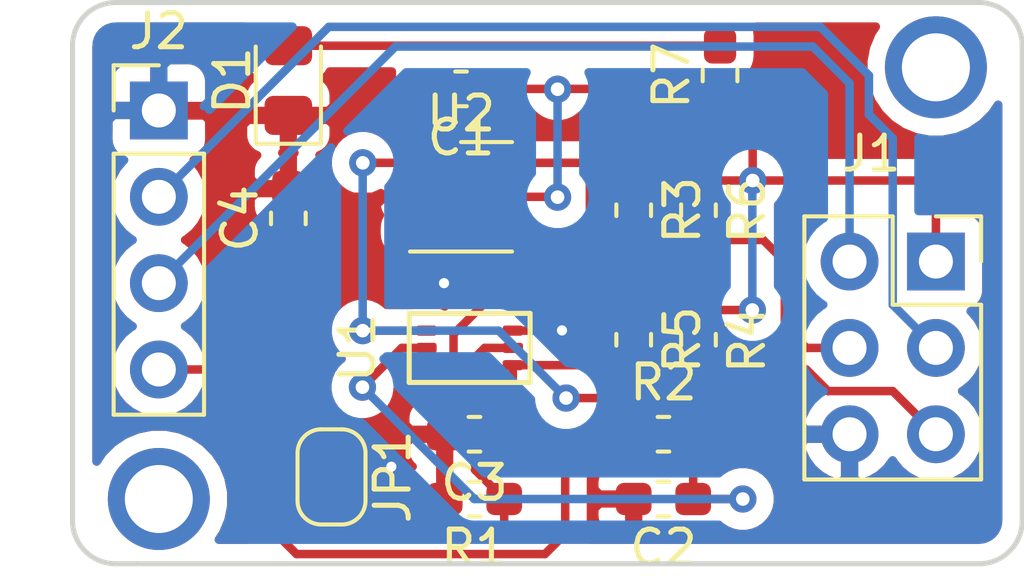
<source format=kicad_pcb>
(kicad_pcb (version 20171130) (host pcbnew "(5.1.4)-1")

  (general
    (thickness 1.6)
    (drawings 10)
    (tracks 126)
    (zones 0)
    (modules 17)
    (nets 12)
  )

  (page A4)
  (layers
    (0 F.Cu signal)
    (31 B.Cu signal)
    (32 B.Adhes user)
    (33 F.Adhes user)
    (34 B.Paste user)
    (35 F.Paste user)
    (36 B.SilkS user)
    (37 F.SilkS user)
    (38 B.Mask user)
    (39 F.Mask user)
    (40 Dwgs.User user)
    (41 Cmts.User user)
    (42 Eco1.User user)
    (43 Eco2.User user)
    (44 Edge.Cuts user)
    (45 Margin user)
    (46 B.CrtYd user)
    (47 F.CrtYd user)
    (48 B.Fab user)
    (49 F.Fab user)
  )

  (setup
    (last_trace_width 0.25)
    (user_trace_width 0.3)
    (trace_clearance 0.1)
    (zone_clearance 0.508)
    (zone_45_only no)
    (trace_min 0.2)
    (via_size 0.8)
    (via_drill 0.4)
    (via_min_size 0.4)
    (via_min_drill 0.3)
    (user_via 0.5 0.3)
    (user_via 0.5 0.3)
    (user_via 3 2)
    (user_via 4 2)
    (user_via 5 3)
    (uvia_size 0.3)
    (uvia_drill 0.1)
    (uvias_allowed no)
    (uvia_min_size 0.2)
    (uvia_min_drill 0.1)
    (edge_width 0.15)
    (segment_width 0.2)
    (pcb_text_width 0.3)
    (pcb_text_size 1.5 1.5)
    (mod_edge_width 0.15)
    (mod_text_size 1 1)
    (mod_text_width 0.15)
    (pad_size 1.524 1.524)
    (pad_drill 0.762)
    (pad_to_mask_clearance 0.051)
    (solder_mask_min_width 0.25)
    (aux_axis_origin 0 0)
    (visible_elements 7FFFFFFF)
    (pcbplotparams
      (layerselection 0x010cc_ffffffff)
      (usegerberextensions false)
      (usegerberattributes false)
      (usegerberadvancedattributes false)
      (creategerberjobfile false)
      (excludeedgelayer true)
      (linewidth 0.100000)
      (plotframeref false)
      (viasonmask false)
      (mode 1)
      (useauxorigin false)
      (hpglpennumber 1)
      (hpglpenspeed 20)
      (hpglpendiameter 15.000000)
      (psnegative false)
      (psa4output false)
      (plotreference true)
      (plotvalue true)
      (plotinvisibletext false)
      (padsonsilk false)
      (subtractmaskfromsilk false)
      (outputformat 1)
      (mirror false)
      (drillshape 0)
      (scaleselection 1)
      (outputdirectory "../../../Hardware_Steuerplatine/Gerber_002/Front/"))
  )

  (net 0 "")
  (net 1 GND)
  (net 2 +3V3)
  (net 3 "Net-(C2-Pad1)")
  (net 4 GND_humi1)
  (net 5 SCL)
  (net 6 SDA)
  (net 7 "Net-(JP1-Pad2)")
  (net 8 "Net-(D1-Pad2)")
  (net 9 "Net-(U2-Pad3)")
  (net 10 "Net-(U2-Pad4)")
  (net 11 GND_humi2)

  (net_class Default "Dies ist die voreingestellte Netzklasse."
    (clearance 0.1)
    (trace_width 0.25)
    (via_dia 0.8)
    (via_drill 0.4)
    (uvia_dia 0.3)
    (uvia_drill 0.1)
    (add_net +3V3)
    (add_net GND)
    (add_net GND_humi1)
    (add_net GND_humi2)
    (add_net "Net-(C2-Pad1)")
    (add_net "Net-(D1-Pad2)")
    (add_net "Net-(JP1-Pad2)")
    (add_net "Net-(U2-Pad3)")
    (add_net "Net-(U2-Pad4)")
    (add_net SCL)
    (add_net SDA)
  )

  (module Connector_PinSocket_2.54mm:PinSocket_2x03_P2.54mm_Vertical (layer F.Cu) (tedit 5A19A425) (tstamp 5F5AD282)
    (at 182.88 93.345)
    (descr "Through hole straight socket strip, 2x03, 2.54mm pitch, double cols (from Kicad 4.0.7), script generated")
    (tags "Through hole socket strip THT 2x03 2.54mm double row")
    (path /5F5A1E39)
    (fp_text reference J1 (at -1.905 -3.175) (layer F.SilkS)
      (effects (font (size 1 1) (thickness 0.15)))
    )
    (fp_text value GND_Conn (at -1.905 7.62) (layer F.Fab)
      (effects (font (size 1 1) (thickness 0.15)))
    )
    (fp_line (start -4.34 6.85) (end -4.34 -1.8) (layer F.CrtYd) (width 0.05))
    (fp_line (start 1.76 6.85) (end -4.34 6.85) (layer F.CrtYd) (width 0.05))
    (fp_line (start 1.76 -1.8) (end 1.76 6.85) (layer F.CrtYd) (width 0.05))
    (fp_line (start -4.34 -1.8) (end 1.76 -1.8) (layer F.CrtYd) (width 0.05))
    (fp_line (start 0 -1.33) (end 1.33 -1.33) (layer F.SilkS) (width 0.12))
    (fp_line (start 1.33 -1.33) (end 1.33 0) (layer F.SilkS) (width 0.12))
    (fp_line (start -1.27 -1.33) (end -1.27 1.27) (layer F.SilkS) (width 0.12))
    (fp_line (start -1.27 1.27) (end 1.33 1.27) (layer F.SilkS) (width 0.12))
    (fp_line (start 1.33 1.27) (end 1.33 6.41) (layer F.SilkS) (width 0.12))
    (fp_line (start -3.87 6.41) (end 1.33 6.41) (layer F.SilkS) (width 0.12))
    (fp_line (start -3.87 -1.33) (end -3.87 6.41) (layer F.SilkS) (width 0.12))
    (fp_line (start -3.87 -1.33) (end -1.27 -1.33) (layer F.SilkS) (width 0.12))
    (fp_line (start -3.81 6.35) (end -3.81 -1.27) (layer F.Fab) (width 0.1))
    (fp_line (start 1.27 6.35) (end -3.81 6.35) (layer F.Fab) (width 0.1))
    (fp_line (start 1.27 -0.27) (end 1.27 6.35) (layer F.Fab) (width 0.1))
    (fp_line (start 0.27 -1.27) (end 1.27 -0.27) (layer F.Fab) (width 0.1))
    (fp_line (start -3.81 -1.27) (end 0.27 -1.27) (layer F.Fab) (width 0.1))
    (pad 6 thru_hole oval (at -2.54 5.08) (size 1.7 1.7) (drill 1) (layers *.Cu *.Mask)
      (net 1 GND))
    (pad 5 thru_hole oval (at 0 5.08) (size 1.7 1.7) (drill 1) (layers *.Cu *.Mask)
      (net 6 SDA))
    (pad 4 thru_hole oval (at -2.54 2.54) (size 1.7 1.7) (drill 1) (layers *.Cu *.Mask)
      (net 5 SCL))
    (pad 3 thru_hole oval (at 0 2.54) (size 1.7 1.7) (drill 1) (layers *.Cu *.Mask)
      (net 11 GND_humi2))
    (pad 2 thru_hole oval (at -2.54 0) (size 1.7 1.7) (drill 1) (layers *.Cu *.Mask)
      (net 4 GND_humi1))
    (pad 1 thru_hole rect (at 0 0) (size 1.7 1.7) (drill 1) (layers *.Cu *.Mask)
      (net 2 +3V3))
    (model ${KISYS3DMOD}/Connector_PinSocket_2.54mm.3dshapes/PinSocket_2x03_P2.54mm_Vertical.wrl
      (at (xyz 0 0 0))
      (scale (xyz 1 1 1))
      (rotate (xyz 0 0 0))
    )
  )

  (module Resistor_SMD:R_0603_1608Metric_Pad1.05x0.95mm_HandSolder (layer F.Cu) (tedit 5B301BBD) (tstamp 5F38617F)
    (at 176.53 87.87 90)
    (descr "Resistor SMD 0603 (1608 Metric), square (rectangular) end terminal, IPC_7351 nominal with elongated pad for handsoldering. (Body size source: http://www.tortai-tech.com/upload/download/2011102023233369053.pdf), generated with kicad-footprint-generator")
    (tags "resistor handsolder")
    (path /5F38565B)
    (attr smd)
    (fp_text reference R7 (at 0 -1.43 90) (layer F.SilkS)
      (effects (font (size 1 1) (thickness 0.15)))
    )
    (fp_text value R (at 0 1.43 90) (layer F.Fab)
      (effects (font (size 1 1) (thickness 0.15)))
    )
    (fp_text user %R (at 0 0 90) (layer F.Fab)
      (effects (font (size 0.4 0.4) (thickness 0.06)))
    )
    (fp_line (start 1.65 0.73) (end -1.65 0.73) (layer F.CrtYd) (width 0.05))
    (fp_line (start 1.65 -0.73) (end 1.65 0.73) (layer F.CrtYd) (width 0.05))
    (fp_line (start -1.65 -0.73) (end 1.65 -0.73) (layer F.CrtYd) (width 0.05))
    (fp_line (start -1.65 0.73) (end -1.65 -0.73) (layer F.CrtYd) (width 0.05))
    (fp_line (start -0.171267 0.51) (end 0.171267 0.51) (layer F.SilkS) (width 0.12))
    (fp_line (start -0.171267 -0.51) (end 0.171267 -0.51) (layer F.SilkS) (width 0.12))
    (fp_line (start 0.8 0.4) (end -0.8 0.4) (layer F.Fab) (width 0.1))
    (fp_line (start 0.8 -0.4) (end 0.8 0.4) (layer F.Fab) (width 0.1))
    (fp_line (start -0.8 -0.4) (end 0.8 -0.4) (layer F.Fab) (width 0.1))
    (fp_line (start -0.8 0.4) (end -0.8 -0.4) (layer F.Fab) (width 0.1))
    (pad 2 smd roundrect (at 0.875 0 90) (size 1.05 0.95) (layers F.Cu F.Paste F.Mask) (roundrect_rratio 0.25)
      (net 8 "Net-(D1-Pad2)"))
    (pad 1 smd roundrect (at -0.875 0 90) (size 1.05 0.95) (layers F.Cu F.Paste F.Mask) (roundrect_rratio 0.25)
      (net 2 +3V3))
    (model ${KISYS3DMOD}/Resistor_SMD.3dshapes/R_0603_1608Metric.wrl
      (at (xyz 0 0 0))
      (scale (xyz 1 1 1))
      (rotate (xyz 0 0 0))
    )
  )

  (module LED_SMD:LED_0805_2012Metric_Pad1.15x1.40mm_HandSolder (layer F.Cu) (tedit 5B4B45C9) (tstamp 5F386054)
    (at 163.83 88.02 90)
    (descr "LED SMD 0805 (2012 Metric), square (rectangular) end terminal, IPC_7351 nominal, (Body size source: https://docs.google.com/spreadsheets/d/1BsfQQcO9C6DZCsRaXUlFlo91Tg2WpOkGARC1WS5S8t0/edit?usp=sharing), generated with kicad-footprint-generator")
    (tags "LED handsolder")
    (path /5F3817ED)
    (attr smd)
    (fp_text reference D1 (at 0 -1.65 90) (layer F.SilkS)
      (effects (font (size 1 1) (thickness 0.15)))
    )
    (fp_text value LED (at 0 1.65 90) (layer F.Fab)
      (effects (font (size 1 1) (thickness 0.15)))
    )
    (fp_text user %R (at 0 0 90) (layer F.Fab)
      (effects (font (size 0.5 0.5) (thickness 0.08)))
    )
    (fp_line (start 1.85 0.95) (end -1.85 0.95) (layer F.CrtYd) (width 0.05))
    (fp_line (start 1.85 -0.95) (end 1.85 0.95) (layer F.CrtYd) (width 0.05))
    (fp_line (start -1.85 -0.95) (end 1.85 -0.95) (layer F.CrtYd) (width 0.05))
    (fp_line (start -1.85 0.95) (end -1.85 -0.95) (layer F.CrtYd) (width 0.05))
    (fp_line (start -1.86 0.96) (end 1 0.96) (layer F.SilkS) (width 0.12))
    (fp_line (start -1.86 -0.96) (end -1.86 0.96) (layer F.SilkS) (width 0.12))
    (fp_line (start 1 -0.96) (end -1.86 -0.96) (layer F.SilkS) (width 0.12))
    (fp_line (start 1 0.6) (end 1 -0.6) (layer F.Fab) (width 0.1))
    (fp_line (start -1 0.6) (end 1 0.6) (layer F.Fab) (width 0.1))
    (fp_line (start -1 -0.3) (end -1 0.6) (layer F.Fab) (width 0.1))
    (fp_line (start -0.7 -0.6) (end -1 -0.3) (layer F.Fab) (width 0.1))
    (fp_line (start 1 -0.6) (end -0.7 -0.6) (layer F.Fab) (width 0.1))
    (pad 2 smd roundrect (at 1.025 0 90) (size 1.15 1.4) (layers F.Cu F.Paste F.Mask) (roundrect_rratio 0.217391)
      (net 8 "Net-(D1-Pad2)"))
    (pad 1 smd roundrect (at -1.025 0 90) (size 1.15 1.4) (layers F.Cu F.Paste F.Mask) (roundrect_rratio 0.217391)
      (net 1 GND))
    (model ${KISYS3DMOD}/LED_SMD.3dshapes/LED_0805_2012Metric.wrl
      (at (xyz 0 0 0))
      (scale (xyz 1 1 1))
      (rotate (xyz 0 0 0))
    )
  )

  (module Capacitor_SMD:C_0603_1608Metric_Pad1.05x0.95mm_HandSolder (layer F.Cu) (tedit 5B301BBE) (tstamp 5F3FCD53)
    (at 168.91 88.265 180)
    (descr "Capacitor SMD 0603 (1608 Metric), square (rectangular) end terminal, IPC_7351 nominal with elongated pad for handsoldering. (Body size source: http://www.tortai-tech.com/upload/download/2011102023233369053.pdf), generated with kicad-footprint-generator")
    (tags "capacitor handsolder")
    (path /5F1B1C41)
    (attr smd)
    (fp_text reference C1 (at 0 -1.43) (layer F.SilkS)
      (effects (font (size 1 1) (thickness 0.15)))
    )
    (fp_text value C (at 0 1.43) (layer F.Fab)
      (effects (font (size 1 1) (thickness 0.15)))
    )
    (fp_text user %R (at 0 0) (layer F.Fab)
      (effects (font (size 0.4 0.4) (thickness 0.06)))
    )
    (fp_line (start 1.65 0.73) (end -1.65 0.73) (layer F.CrtYd) (width 0.05))
    (fp_line (start 1.65 -0.73) (end 1.65 0.73) (layer F.CrtYd) (width 0.05))
    (fp_line (start -1.65 -0.73) (end 1.65 -0.73) (layer F.CrtYd) (width 0.05))
    (fp_line (start -1.65 0.73) (end -1.65 -0.73) (layer F.CrtYd) (width 0.05))
    (fp_line (start -0.171267 0.51) (end 0.171267 0.51) (layer F.SilkS) (width 0.12))
    (fp_line (start -0.171267 -0.51) (end 0.171267 -0.51) (layer F.SilkS) (width 0.12))
    (fp_line (start 0.8 0.4) (end -0.8 0.4) (layer F.Fab) (width 0.1))
    (fp_line (start 0.8 -0.4) (end 0.8 0.4) (layer F.Fab) (width 0.1))
    (fp_line (start -0.8 -0.4) (end 0.8 -0.4) (layer F.Fab) (width 0.1))
    (fp_line (start -0.8 0.4) (end -0.8 -0.4) (layer F.Fab) (width 0.1))
    (pad 2 smd roundrect (at 0.875 0 180) (size 1.05 0.95) (layers F.Cu F.Paste F.Mask) (roundrect_rratio 0.25)
      (net 1 GND))
    (pad 1 smd roundrect (at -0.875 0 180) (size 1.05 0.95) (layers F.Cu F.Paste F.Mask) (roundrect_rratio 0.25)
      (net 2 +3V3))
    (model ${KISYS3DMOD}/Capacitor_SMD.3dshapes/C_0603_1608Metric.wrl
      (at (xyz 0 0 0))
      (scale (xyz 1 1 1))
      (rotate (xyz 0 0 0))
    )
  )

  (module Capacitor_SMD:C_0603_1608Metric_Pad1.05x0.95mm_HandSolder (layer F.Cu) (tedit 5B301BBE) (tstamp 5F22D020)
    (at 174.865 100.33 180)
    (descr "Capacitor SMD 0603 (1608 Metric), square (rectangular) end terminal, IPC_7351 nominal with elongated pad for handsoldering. (Body size source: http://www.tortai-tech.com/upload/download/2011102023233369053.pdf), generated with kicad-footprint-generator")
    (tags "capacitor handsolder")
    (path /5F1B1F87)
    (attr smd)
    (fp_text reference C2 (at 0 -1.43) (layer F.SilkS)
      (effects (font (size 1 1) (thickness 0.15)))
    )
    (fp_text value C (at 0 1.43) (layer F.Fab)
      (effects (font (size 1 1) (thickness 0.15)))
    )
    (fp_text user %R (at 0 0) (layer F.Fab)
      (effects (font (size 0.4 0.4) (thickness 0.06)))
    )
    (fp_line (start 1.65 0.73) (end -1.65 0.73) (layer F.CrtYd) (width 0.05))
    (fp_line (start 1.65 -0.73) (end 1.65 0.73) (layer F.CrtYd) (width 0.05))
    (fp_line (start -1.65 -0.73) (end 1.65 -0.73) (layer F.CrtYd) (width 0.05))
    (fp_line (start -1.65 0.73) (end -1.65 -0.73) (layer F.CrtYd) (width 0.05))
    (fp_line (start -0.171267 0.51) (end 0.171267 0.51) (layer F.SilkS) (width 0.12))
    (fp_line (start -0.171267 -0.51) (end 0.171267 -0.51) (layer F.SilkS) (width 0.12))
    (fp_line (start 0.8 0.4) (end -0.8 0.4) (layer F.Fab) (width 0.1))
    (fp_line (start 0.8 -0.4) (end 0.8 0.4) (layer F.Fab) (width 0.1))
    (fp_line (start -0.8 -0.4) (end 0.8 -0.4) (layer F.Fab) (width 0.1))
    (fp_line (start -0.8 0.4) (end -0.8 -0.4) (layer F.Fab) (width 0.1))
    (pad 2 smd roundrect (at 0.875 0 180) (size 1.05 0.95) (layers F.Cu F.Paste F.Mask) (roundrect_rratio 0.25)
      (net 1 GND))
    (pad 1 smd roundrect (at -0.875 0 180) (size 1.05 0.95) (layers F.Cu F.Paste F.Mask) (roundrect_rratio 0.25)
      (net 3 "Net-(C2-Pad1)"))
    (model ${KISYS3DMOD}/Capacitor_SMD.3dshapes/C_0603_1608Metric.wrl
      (at (xyz 0 0 0))
      (scale (xyz 1 1 1))
      (rotate (xyz 0 0 0))
    )
  )

  (module Capacitor_SMD:C_0603_1608Metric_Pad1.05x0.95mm_HandSolder (layer F.Cu) (tedit 5B301BBE) (tstamp 5F1AB0D2)
    (at 169.305 98.425 180)
    (descr "Capacitor SMD 0603 (1608 Metric), square (rectangular) end terminal, IPC_7351 nominal with elongated pad for handsoldering. (Body size source: http://www.tortai-tech.com/upload/download/2011102023233369053.pdf), generated with kicad-footprint-generator")
    (tags "capacitor handsolder")
    (path /5F1B1CDF)
    (attr smd)
    (fp_text reference C3 (at 0 -1.43) (layer F.SilkS)
      (effects (font (size 1 1) (thickness 0.15)))
    )
    (fp_text value C (at 0 1.43) (layer F.Fab)
      (effects (font (size 1 1) (thickness 0.15)))
    )
    (fp_line (start -0.8 0.4) (end -0.8 -0.4) (layer F.Fab) (width 0.1))
    (fp_line (start -0.8 -0.4) (end 0.8 -0.4) (layer F.Fab) (width 0.1))
    (fp_line (start 0.8 -0.4) (end 0.8 0.4) (layer F.Fab) (width 0.1))
    (fp_line (start 0.8 0.4) (end -0.8 0.4) (layer F.Fab) (width 0.1))
    (fp_line (start -0.171267 -0.51) (end 0.171267 -0.51) (layer F.SilkS) (width 0.12))
    (fp_line (start -0.171267 0.51) (end 0.171267 0.51) (layer F.SilkS) (width 0.12))
    (fp_line (start -1.65 0.73) (end -1.65 -0.73) (layer F.CrtYd) (width 0.05))
    (fp_line (start -1.65 -0.73) (end 1.65 -0.73) (layer F.CrtYd) (width 0.05))
    (fp_line (start 1.65 -0.73) (end 1.65 0.73) (layer F.CrtYd) (width 0.05))
    (fp_line (start 1.65 0.73) (end -1.65 0.73) (layer F.CrtYd) (width 0.05))
    (fp_text user %R (at 0 0) (layer F.Fab)
      (effects (font (size 0.4 0.4) (thickness 0.06)))
    )
    (pad 1 smd roundrect (at -0.875 0 180) (size 1.05 0.95) (layers F.Cu F.Paste F.Mask) (roundrect_rratio 0.25)
      (net 2 +3V3))
    (pad 2 smd roundrect (at 0.875 0 180) (size 1.05 0.95) (layers F.Cu F.Paste F.Mask) (roundrect_rratio 0.25)
      (net 1 GND))
    (model ${KISYS3DMOD}/Capacitor_SMD.3dshapes/C_0603_1608Metric.wrl
      (at (xyz 0 0 0))
      (scale (xyz 1 1 1))
      (rotate (xyz 0 0 0))
    )
  )

  (module Capacitor_SMD:C_0603_1608Metric_Pad1.05x0.95mm_HandSolder (layer F.Cu) (tedit 5B301BBE) (tstamp 5F1AAF58)
    (at 163.83 92.075 90)
    (descr "Capacitor SMD 0603 (1608 Metric), square (rectangular) end terminal, IPC_7351 nominal with elongated pad for handsoldering. (Body size source: http://www.tortai-tech.com/upload/download/2011102023233369053.pdf), generated with kicad-footprint-generator")
    (tags "capacitor handsolder")
    (path /5F1B1B9F)
    (attr smd)
    (fp_text reference C4 (at 0 -1.43 90) (layer F.SilkS)
      (effects (font (size 1 1) (thickness 0.15)))
    )
    (fp_text value C (at 0 1.43 90) (layer F.Fab)
      (effects (font (size 1 1) (thickness 0.15)))
    )
    (fp_line (start -0.8 0.4) (end -0.8 -0.4) (layer F.Fab) (width 0.1))
    (fp_line (start -0.8 -0.4) (end 0.8 -0.4) (layer F.Fab) (width 0.1))
    (fp_line (start 0.8 -0.4) (end 0.8 0.4) (layer F.Fab) (width 0.1))
    (fp_line (start 0.8 0.4) (end -0.8 0.4) (layer F.Fab) (width 0.1))
    (fp_line (start -0.171267 -0.51) (end 0.171267 -0.51) (layer F.SilkS) (width 0.12))
    (fp_line (start -0.171267 0.51) (end 0.171267 0.51) (layer F.SilkS) (width 0.12))
    (fp_line (start -1.65 0.73) (end -1.65 -0.73) (layer F.CrtYd) (width 0.05))
    (fp_line (start -1.65 -0.73) (end 1.65 -0.73) (layer F.CrtYd) (width 0.05))
    (fp_line (start 1.65 -0.73) (end 1.65 0.73) (layer F.CrtYd) (width 0.05))
    (fp_line (start 1.65 0.73) (end -1.65 0.73) (layer F.CrtYd) (width 0.05))
    (fp_text user %R (at 0 0 90) (layer F.Fab)
      (effects (font (size 0.4 0.4) (thickness 0.06)))
    )
    (pad 1 smd roundrect (at -0.875 0 90) (size 1.05 0.95) (layers F.Cu F.Paste F.Mask) (roundrect_rratio 0.25)
      (net 2 +3V3))
    (pad 2 smd roundrect (at 0.875 0 90) (size 1.05 0.95) (layers F.Cu F.Paste F.Mask) (roundrect_rratio 0.25)
      (net 1 GND))
    (model ${KISYS3DMOD}/Capacitor_SMD.3dshapes/C_0603_1608Metric.wrl
      (at (xyz 0 0 0))
      (scale (xyz 1 1 1))
      (rotate (xyz 0 0 0))
    )
  )

  (module Jumper:SolderJumper-2_P1.3mm_Open_RoundedPad1.0x1.5mm (layer F.Cu) (tedit 5B391E66) (tstamp 5F3FCDB6)
    (at 165.1 99.68 270)
    (descr "SMD Solder Jumper, 1x1.5mm, rounded Pads, 0.3mm gap, open")
    (tags "solder jumper open")
    (path /5F1B22C9)
    (attr virtual)
    (fp_text reference JP1 (at 0 -1.8 90) (layer F.SilkS)
      (effects (font (size 1 1) (thickness 0.15)))
    )
    (fp_text value Jumper (at 0 1.9 90) (layer F.Fab)
      (effects (font (size 1 1) (thickness 0.15)))
    )
    (fp_arc (start 0.7 -0.3) (end 1.4 -0.3) (angle -90) (layer F.SilkS) (width 0.12))
    (fp_arc (start 0.7 0.3) (end 0.7 1) (angle -90) (layer F.SilkS) (width 0.12))
    (fp_arc (start -0.7 0.3) (end -1.4 0.3) (angle -90) (layer F.SilkS) (width 0.12))
    (fp_arc (start -0.7 -0.3) (end -0.7 -1) (angle -90) (layer F.SilkS) (width 0.12))
    (fp_line (start -1.4 0.3) (end -1.4 -0.3) (layer F.SilkS) (width 0.12))
    (fp_line (start 0.7 1) (end -0.7 1) (layer F.SilkS) (width 0.12))
    (fp_line (start 1.4 -0.3) (end 1.4 0.3) (layer F.SilkS) (width 0.12))
    (fp_line (start -0.7 -1) (end 0.7 -1) (layer F.SilkS) (width 0.12))
    (fp_line (start -1.65 -1.25) (end 1.65 -1.25) (layer F.CrtYd) (width 0.05))
    (fp_line (start -1.65 -1.25) (end -1.65 1.25) (layer F.CrtYd) (width 0.05))
    (fp_line (start 1.65 1.25) (end 1.65 -1.25) (layer F.CrtYd) (width 0.05))
    (fp_line (start 1.65 1.25) (end -1.65 1.25) (layer F.CrtYd) (width 0.05))
    (pad 1 smd custom (at -0.65 0 270) (size 1 0.5) (layers F.Cu F.Mask)
      (net 2 +3V3) (zone_connect 0)
      (options (clearance outline) (anchor rect))
      (primitives
        (gr_circle (center 0 0.25) (end 0.5 0.25) (width 0))
        (gr_circle (center 0 -0.25) (end 0.5 -0.25) (width 0))
        (gr_poly (pts
           (xy 0 -0.75) (xy 0.5 -0.75) (xy 0.5 0.75) (xy 0 0.75)) (width 0))
      ))
    (pad 2 smd custom (at 0.65 0 270) (size 1 0.5) (layers F.Cu F.Mask)
      (net 7 "Net-(JP1-Pad2)") (zone_connect 0)
      (options (clearance outline) (anchor rect))
      (primitives
        (gr_circle (center 0 0.25) (end 0.5 0.25) (width 0))
        (gr_circle (center 0 -0.25) (end 0.5 -0.25) (width 0))
        (gr_poly (pts
           (xy 0 -0.75) (xy -0.5 -0.75) (xy -0.5 0.75) (xy 0 0.75)) (width 0))
      ))
  )

  (module Resistor_SMD:R_0603_1608Metric_Pad1.05x0.95mm_HandSolder (layer F.Cu) (tedit 5B301BBD) (tstamp 5F22CD43)
    (at 169.305 100.33 180)
    (descr "Resistor SMD 0603 (1608 Metric), square (rectangular) end terminal, IPC_7351 nominal with elongated pad for handsoldering. (Body size source: http://www.tortai-tech.com/upload/download/2011102023233369053.pdf), generated with kicad-footprint-generator")
    (tags "resistor handsolder")
    (path /5F1B2174)
    (attr smd)
    (fp_text reference R1 (at 0 -1.43 180) (layer F.SilkS)
      (effects (font (size 1 1) (thickness 0.15)))
    )
    (fp_text value R (at 0 1.43 180) (layer F.Fab)
      (effects (font (size 1 1) (thickness 0.15)))
    )
    (fp_text user %R (at -0.113 -0.254 180) (layer F.Fab)
      (effects (font (size 0.4 0.4) (thickness 0.06)))
    )
    (fp_line (start 1.65 0.73) (end -1.65 0.73) (layer F.CrtYd) (width 0.05))
    (fp_line (start 1.65 -0.73) (end 1.65 0.73) (layer F.CrtYd) (width 0.05))
    (fp_line (start -1.65 -0.73) (end 1.65 -0.73) (layer F.CrtYd) (width 0.05))
    (fp_line (start -1.65 0.73) (end -1.65 -0.73) (layer F.CrtYd) (width 0.05))
    (fp_line (start -0.171267 0.51) (end 0.171267 0.51) (layer F.SilkS) (width 0.12))
    (fp_line (start -0.171267 -0.51) (end 0.171267 -0.51) (layer F.SilkS) (width 0.12))
    (fp_line (start 0.8 0.4) (end -0.8 0.4) (layer F.Fab) (width 0.1))
    (fp_line (start 0.8 -0.4) (end 0.8 0.4) (layer F.Fab) (width 0.1))
    (fp_line (start -0.8 -0.4) (end 0.8 -0.4) (layer F.Fab) (width 0.1))
    (fp_line (start -0.8 0.4) (end -0.8 -0.4) (layer F.Fab) (width 0.1))
    (pad 2 smd roundrect (at 0.875 0 180) (size 1.05 0.95) (layers F.Cu F.Paste F.Mask) (roundrect_rratio 0.25)
      (net 1 GND))
    (pad 1 smd roundrect (at -0.875 0 180) (size 1.05 0.95) (layers F.Cu F.Paste F.Mask) (roundrect_rratio 0.25)
      (net 7 "Net-(JP1-Pad2)"))
    (model ${KISYS3DMOD}/Resistor_SMD.3dshapes/R_0603_1608Metric.wrl
      (at (xyz 0 0 0))
      (scale (xyz 1 1 1))
      (rotate (xyz 0 0 0))
    )
  )

  (module Resistor_SMD:R_0603_1608Metric_Pad1.05x0.95mm_HandSolder (layer F.Cu) (tedit 5B301BBD) (tstamp 5F3FCDD8)
    (at 174.865 98.425)
    (descr "Resistor SMD 0603 (1608 Metric), square (rectangular) end terminal, IPC_7351 nominal with elongated pad for handsoldering. (Body size source: http://www.tortai-tech.com/upload/download/2011102023233369053.pdf), generated with kicad-footprint-generator")
    (tags "resistor handsolder")
    (path /5F1B1D31)
    (attr smd)
    (fp_text reference R2 (at 0 -1.524 180) (layer F.SilkS)
      (effects (font (size 1 1) (thickness 0.15)))
    )
    (fp_text value R (at 0 1.43 180) (layer F.Fab)
      (effects (font (size 1 1) (thickness 0.15)))
    )
    (fp_line (start -0.8 0.4) (end -0.8 -0.4) (layer F.Fab) (width 0.1))
    (fp_line (start -0.8 -0.4) (end 0.8 -0.4) (layer F.Fab) (width 0.1))
    (fp_line (start 0.8 -0.4) (end 0.8 0.4) (layer F.Fab) (width 0.1))
    (fp_line (start 0.8 0.4) (end -0.8 0.4) (layer F.Fab) (width 0.1))
    (fp_line (start -0.171267 -0.51) (end 0.171267 -0.51) (layer F.SilkS) (width 0.12))
    (fp_line (start -0.171267 0.51) (end 0.171267 0.51) (layer F.SilkS) (width 0.12))
    (fp_line (start -1.65 0.73) (end -1.65 -0.73) (layer F.CrtYd) (width 0.05))
    (fp_line (start -1.65 -0.73) (end 1.65 -0.73) (layer F.CrtYd) (width 0.05))
    (fp_line (start 1.65 -0.73) (end 1.65 0.73) (layer F.CrtYd) (width 0.05))
    (fp_line (start 1.65 0.73) (end -1.65 0.73) (layer F.CrtYd) (width 0.05))
    (fp_text user %R (at 0 0 180) (layer F.Fab)
      (effects (font (size 0.4 0.4) (thickness 0.06)))
    )
    (pad 1 smd roundrect (at -0.875 0) (size 1.05 0.95) (layers F.Cu F.Paste F.Mask) (roundrect_rratio 0.25)
      (net 2 +3V3))
    (pad 2 smd roundrect (at 0.875 0) (size 1.05 0.95) (layers F.Cu F.Paste F.Mask) (roundrect_rratio 0.25)
      (net 3 "Net-(C2-Pad1)"))
    (model ${KISYS3DMOD}/Resistor_SMD.3dshapes/R_0603_1608Metric.wrl
      (at (xyz 0 0 0))
      (scale (xyz 1 1 1))
      (rotate (xyz 0 0 0))
    )
  )

  (module Resistor_SMD:R_0603_1608Metric_Pad1.05x0.95mm_HandSolder (layer F.Cu) (tedit 5B301BBD) (tstamp 5F3FCDE9)
    (at 173.99 91.835 270)
    (descr "Resistor SMD 0603 (1608 Metric), square (rectangular) end terminal, IPC_7351 nominal with elongated pad for handsoldering. (Body size source: http://www.tortai-tech.com/upload/download/2011102023233369053.pdf), generated with kicad-footprint-generator")
    (tags "resistor handsolder")
    (path /5F1B1E07)
    (attr smd)
    (fp_text reference R3 (at 0 -1.43 270) (layer F.SilkS)
      (effects (font (size 1 1) (thickness 0.15)))
    )
    (fp_text value R (at 0 1.43 270) (layer F.Fab)
      (effects (font (size 1 1) (thickness 0.15)))
    )
    (fp_text user %R (at 0 0 270) (layer F.Fab)
      (effects (font (size 0.4 0.4) (thickness 0.06)))
    )
    (fp_line (start 1.65 0.73) (end -1.65 0.73) (layer F.CrtYd) (width 0.05))
    (fp_line (start 1.65 -0.73) (end 1.65 0.73) (layer F.CrtYd) (width 0.05))
    (fp_line (start -1.65 -0.73) (end 1.65 -0.73) (layer F.CrtYd) (width 0.05))
    (fp_line (start -1.65 0.73) (end -1.65 -0.73) (layer F.CrtYd) (width 0.05))
    (fp_line (start -0.171267 0.51) (end 0.171267 0.51) (layer F.SilkS) (width 0.12))
    (fp_line (start -0.171267 -0.51) (end 0.171267 -0.51) (layer F.SilkS) (width 0.12))
    (fp_line (start 0.8 0.4) (end -0.8 0.4) (layer F.Fab) (width 0.1))
    (fp_line (start 0.8 -0.4) (end 0.8 0.4) (layer F.Fab) (width 0.1))
    (fp_line (start -0.8 -0.4) (end 0.8 -0.4) (layer F.Fab) (width 0.1))
    (fp_line (start -0.8 0.4) (end -0.8 -0.4) (layer F.Fab) (width 0.1))
    (pad 2 smd roundrect (at 0.875 0 270) (size 1.05 0.95) (layers F.Cu F.Paste F.Mask) (roundrect_rratio 0.25)
      (net 5 SCL))
    (pad 1 smd roundrect (at -0.875 0 270) (size 1.05 0.95) (layers F.Cu F.Paste F.Mask) (roundrect_rratio 0.25)
      (net 2 +3V3))
    (model ${KISYS3DMOD}/Resistor_SMD.3dshapes/R_0603_1608Metric.wrl
      (at (xyz 0 0 0))
      (scale (xyz 1 1 1))
      (rotate (xyz 0 0 0))
    )
  )

  (module Resistor_SMD:R_0603_1608Metric_Pad1.05x0.95mm_HandSolder (layer F.Cu) (tedit 5B301BBD) (tstamp 5F3FCDFA)
    (at 175.895 95.645 270)
    (descr "Resistor SMD 0603 (1608 Metric), square (rectangular) end terminal, IPC_7351 nominal with elongated pad for handsoldering. (Body size source: http://www.tortai-tech.com/upload/download/2011102023233369053.pdf), generated with kicad-footprint-generator")
    (tags "resistor handsolder")
    (path /5F1B1E32)
    (attr smd)
    (fp_text reference R4 (at 0 -1.43 270) (layer F.SilkS)
      (effects (font (size 1 1) (thickness 0.15)))
    )
    (fp_text value R (at 0 1.43 270) (layer F.Fab)
      (effects (font (size 1 1) (thickness 0.15)))
    )
    (fp_line (start -0.8 0.4) (end -0.8 -0.4) (layer F.Fab) (width 0.1))
    (fp_line (start -0.8 -0.4) (end 0.8 -0.4) (layer F.Fab) (width 0.1))
    (fp_line (start 0.8 -0.4) (end 0.8 0.4) (layer F.Fab) (width 0.1))
    (fp_line (start 0.8 0.4) (end -0.8 0.4) (layer F.Fab) (width 0.1))
    (fp_line (start -0.171267 -0.51) (end 0.171267 -0.51) (layer F.SilkS) (width 0.12))
    (fp_line (start -0.171267 0.51) (end 0.171267 0.51) (layer F.SilkS) (width 0.12))
    (fp_line (start -1.65 0.73) (end -1.65 -0.73) (layer F.CrtYd) (width 0.05))
    (fp_line (start -1.65 -0.73) (end 1.65 -0.73) (layer F.CrtYd) (width 0.05))
    (fp_line (start 1.65 -0.73) (end 1.65 0.73) (layer F.CrtYd) (width 0.05))
    (fp_line (start 1.65 0.73) (end -1.65 0.73) (layer F.CrtYd) (width 0.05))
    (fp_text user %R (at 0.24 0.381 270) (layer F.Fab)
      (effects (font (size 0.4 0.4) (thickness 0.06)))
    )
    (pad 1 smd roundrect (at -0.875 0 270) (size 1.05 0.95) (layers F.Cu F.Paste F.Mask) (roundrect_rratio 0.25)
      (net 2 +3V3))
    (pad 2 smd roundrect (at 0.875 0 270) (size 1.05 0.95) (layers F.Cu F.Paste F.Mask) (roundrect_rratio 0.25)
      (net 6 SDA))
    (model ${KISYS3DMOD}/Resistor_SMD.3dshapes/R_0603_1608Metric.wrl
      (at (xyz 0 0 0))
      (scale (xyz 1 1 1))
      (rotate (xyz 0 0 0))
    )
  )

  (module Resistor_SMD:R_0603_1608Metric_Pad1.05x0.95mm_HandSolder (layer F.Cu) (tedit 5B301BBD) (tstamp 5F22C351)
    (at 173.99 95.645 270)
    (descr "Resistor SMD 0603 (1608 Metric), square (rectangular) end terminal, IPC_7351 nominal with elongated pad for handsoldering. (Body size source: http://www.tortai-tech.com/upload/download/2011102023233369053.pdf), generated with kicad-footprint-generator")
    (tags "resistor handsolder")
    (path /5F1B3041)
    (attr smd)
    (fp_text reference R5 (at 0 -1.43 90) (layer F.SilkS)
      (effects (font (size 1 1) (thickness 0.15)))
    )
    (fp_text value R (at 0 1.43 90) (layer F.Fab)
      (effects (font (size 1 1) (thickness 0.15)))
    )
    (fp_text user %R (at 0 0 90) (layer F.Fab)
      (effects (font (size 0.4 0.4) (thickness 0.06)))
    )
    (fp_line (start 1.65 0.73) (end -1.65 0.73) (layer F.CrtYd) (width 0.05))
    (fp_line (start 1.65 -0.73) (end 1.65 0.73) (layer F.CrtYd) (width 0.05))
    (fp_line (start -1.65 -0.73) (end 1.65 -0.73) (layer F.CrtYd) (width 0.05))
    (fp_line (start -1.65 0.73) (end -1.65 -0.73) (layer F.CrtYd) (width 0.05))
    (fp_line (start -0.171267 0.51) (end 0.171267 0.51) (layer F.SilkS) (width 0.12))
    (fp_line (start -0.171267 -0.51) (end 0.171267 -0.51) (layer F.SilkS) (width 0.12))
    (fp_line (start 0.8 0.4) (end -0.8 0.4) (layer F.Fab) (width 0.1))
    (fp_line (start 0.8 -0.4) (end 0.8 0.4) (layer F.Fab) (width 0.1))
    (fp_line (start -0.8 -0.4) (end 0.8 -0.4) (layer F.Fab) (width 0.1))
    (fp_line (start -0.8 0.4) (end -0.8 -0.4) (layer F.Fab) (width 0.1))
    (pad 2 smd roundrect (at 0.875 0 270) (size 1.05 0.95) (layers F.Cu F.Paste F.Mask) (roundrect_rratio 0.25)
      (net 6 SDA))
    (pad 1 smd roundrect (at -0.875 0 270) (size 1.05 0.95) (layers F.Cu F.Paste F.Mask) (roundrect_rratio 0.25)
      (net 2 +3V3))
    (model ${KISYS3DMOD}/Resistor_SMD.3dshapes/R_0603_1608Metric.wrl
      (at (xyz 0 0 0))
      (scale (xyz 1 1 1))
      (rotate (xyz 0 0 0))
    )
  )

  (module Resistor_SMD:R_0603_1608Metric_Pad1.05x0.95mm_HandSolder (layer F.Cu) (tedit 5B301BBD) (tstamp 5F3FCE1C)
    (at 175.895 91.835 270)
    (descr "Resistor SMD 0603 (1608 Metric), square (rectangular) end terminal, IPC_7351 nominal with elongated pad for handsoldering. (Body size source: http://www.tortai-tech.com/upload/download/2011102023233369053.pdf), generated with kicad-footprint-generator")
    (tags "resistor handsolder")
    (path /5F1B2FC1)
    (attr smd)
    (fp_text reference R6 (at 0 -1.43 90) (layer F.SilkS)
      (effects (font (size 1 1) (thickness 0.15)))
    )
    (fp_text value R (at 0 1.43 90) (layer F.Fab)
      (effects (font (size 1 1) (thickness 0.15)))
    )
    (fp_line (start -0.8 0.4) (end -0.8 -0.4) (layer F.Fab) (width 0.1))
    (fp_line (start -0.8 -0.4) (end 0.8 -0.4) (layer F.Fab) (width 0.1))
    (fp_line (start 0.8 -0.4) (end 0.8 0.4) (layer F.Fab) (width 0.1))
    (fp_line (start 0.8 0.4) (end -0.8 0.4) (layer F.Fab) (width 0.1))
    (fp_line (start -0.171267 -0.51) (end 0.171267 -0.51) (layer F.SilkS) (width 0.12))
    (fp_line (start -0.171267 0.51) (end 0.171267 0.51) (layer F.SilkS) (width 0.12))
    (fp_line (start -1.65 0.73) (end -1.65 -0.73) (layer F.CrtYd) (width 0.05))
    (fp_line (start -1.65 -0.73) (end 1.65 -0.73) (layer F.CrtYd) (width 0.05))
    (fp_line (start 1.65 -0.73) (end 1.65 0.73) (layer F.CrtYd) (width 0.05))
    (fp_line (start 1.65 0.73) (end -1.65 0.73) (layer F.CrtYd) (width 0.05))
    (fp_text user %R (at 0 0 90) (layer F.Fab)
      (effects (font (size 0.4 0.4) (thickness 0.06)))
    )
    (pad 1 smd roundrect (at -0.875 0 270) (size 1.05 0.95) (layers F.Cu F.Paste F.Mask) (roundrect_rratio 0.25)
      (net 2 +3V3))
    (pad 2 smd roundrect (at 0.875 0 270) (size 1.05 0.95) (layers F.Cu F.Paste F.Mask) (roundrect_rratio 0.25)
      (net 5 SCL))
    (model ${KISYS3DMOD}/Resistor_SMD.3dshapes/R_0603_1608Metric.wrl
      (at (xyz 0 0 0))
      (scale (xyz 1 1 1))
      (rotate (xyz 0 0 0))
    )
  )

  (module PCB:Si7015 (layer F.Cu) (tedit 5F1A9707) (tstamp 5F3FCE2A)
    (at 168.91 95.885 90)
    (path /5F1A85B2)
    (fp_text reference U1 (at 0 -3.048 90) (layer F.SilkS)
      (effects (font (size 1 1) (thickness 0.15)))
    )
    (fp_text value BH1750 (at 0 -5.08 90) (layer F.Fab)
      (effects (font (size 1 1) (thickness 0.15)))
    )
    (fp_line (start -1.016 -1.524) (end 1.016 -1.524) (layer F.SilkS) (width 0.15))
    (fp_line (start 1.016 -1.524) (end 1.016 2.032) (layer F.SilkS) (width 0.15))
    (fp_line (start 1.016 2.032) (end -1.016 2.032) (layer F.SilkS) (width 0.15))
    (fp_line (start -1.016 2.032) (end -1.016 -1.524) (layer F.SilkS) (width 0.15))
    (pad 1 smd roundrect (at -0.508 1.524 90) (size 0.3 0.6) (layers F.Cu F.Paste F.Mask) (roundrect_rratio 0.25)
      (net 2 +3V3))
    (pad 2 smd roundrect (at 0 1.524 90) (size 0.3 0.6) (layers F.Cu F.Paste F.Mask) (roundrect_rratio 0.25)
      (net 7 "Net-(JP1-Pad2)"))
    (pad 3 smd roundrect (at 0.508 1.524 90) (size 0.3 0.6) (layers F.Cu F.Paste F.Mask) (roundrect_rratio 0.25)
      (net 1 GND))
    (pad 4 smd roundrect (at 0.508 -1.016 90) (size 0.3 0.6) (layers F.Cu F.Paste F.Mask) (roundrect_rratio 0.25)
      (net 6 SDA))
    (pad 5 smd roundrect (at 0 -1.016 90) (size 0.3 0.6) (layers F.Cu F.Paste F.Mask) (roundrect_rratio 0.25)
      (net 3 "Net-(C2-Pad1)"))
    (pad 6 smd roundrect (at -0.508 -1.016 90) (size 0.3 0.6) (layers F.Cu F.Paste F.Mask) (roundrect_rratio 0.25)
      (net 5 SCL))
  )

  (module Package_DFN_QFN:DFN-6-1EP_3x3mm_P1mm_EP1.5x2.4mm (layer F.Cu) (tedit 5B30B4F3) (tstamp 5F3FCE45)
    (at 168.91 91.44)
    (descr "DFN, 6 Pin (https://www.silabs.com/documents/public/data-sheets/Si7020-A20.pdf), generated with kicad-footprint-generator ipc_dfn_qfn_generator.py")
    (tags "DFN DFN_QFN")
    (path /5F1A87EF)
    (attr smd)
    (fp_text reference U2 (at 0 -2.45) (layer F.SilkS)
      (effects (font (size 1 1) (thickness 0.15)))
    )
    (fp_text value Si7021 (at 0 2.45) (layer F.Fab)
      (effects (font (size 1 1) (thickness 0.15)))
    )
    (fp_line (start 0 -1.61) (end 1.5 -1.61) (layer F.SilkS) (width 0.12))
    (fp_line (start -1.5 1.61) (end 1.5 1.61) (layer F.SilkS) (width 0.12))
    (fp_line (start -0.75 -1.5) (end 1.5 -1.5) (layer F.Fab) (width 0.1))
    (fp_line (start 1.5 -1.5) (end 1.5 1.5) (layer F.Fab) (width 0.1))
    (fp_line (start 1.5 1.5) (end -1.5 1.5) (layer F.Fab) (width 0.1))
    (fp_line (start -1.5 1.5) (end -1.5 -0.75) (layer F.Fab) (width 0.1))
    (fp_line (start -1.5 -0.75) (end -0.75 -1.5) (layer F.Fab) (width 0.1))
    (fp_line (start -2.1 -1.75) (end -2.1 1.75) (layer F.CrtYd) (width 0.05))
    (fp_line (start -2.1 1.75) (end 2.1 1.75) (layer F.CrtYd) (width 0.05))
    (fp_line (start 2.1 1.75) (end 2.1 -1.75) (layer F.CrtYd) (width 0.05))
    (fp_line (start 2.1 -1.75) (end -2.1 -1.75) (layer F.CrtYd) (width 0.05))
    (fp_text user %R (at 0 0) (layer F.Fab)
      (effects (font (size 0.75 0.75) (thickness 0.11)))
    )
    (pad 7 smd roundrect (at 0 0) (size 1.5 2.4) (layers F.Cu F.Mask) (roundrect_rratio 0.166667))
    (pad "" smd roundrect (at -0.375 -0.6) (size 0.6 0.97) (layers F.Paste) (roundrect_rratio 0.25))
    (pad "" smd roundrect (at -0.375 0.6) (size 0.6 0.97) (layers F.Paste) (roundrect_rratio 0.25))
    (pad "" smd roundrect (at 0.375 -0.6) (size 0.6 0.97) (layers F.Paste) (roundrect_rratio 0.25))
    (pad "" smd roundrect (at 0.375 0.6) (size 0.6 0.97) (layers F.Paste) (roundrect_rratio 0.25))
    (pad 1 smd roundrect (at -1.45 -1) (size 0.8 0.4) (layers F.Cu F.Paste F.Mask) (roundrect_rratio 0.25)
      (net 6 SDA))
    (pad 2 smd roundrect (at -1.45 0) (size 0.8 0.4) (layers F.Cu F.Paste F.Mask) (roundrect_rratio 0.25)
      (net 1 GND))
    (pad 3 smd roundrect (at -1.45 1) (size 0.8 0.4) (layers F.Cu F.Paste F.Mask) (roundrect_rratio 0.25)
      (net 9 "Net-(U2-Pad3)"))
    (pad 4 smd roundrect (at 1.45 1) (size 0.8 0.4) (layers F.Cu F.Paste F.Mask) (roundrect_rratio 0.25)
      (net 10 "Net-(U2-Pad4)"))
    (pad 5 smd roundrect (at 1.45 0) (size 0.8 0.4) (layers F.Cu F.Paste F.Mask) (roundrect_rratio 0.25)
      (net 2 +3V3))
    (pad 6 smd roundrect (at 1.45 -1) (size 0.8 0.4) (layers F.Cu F.Paste F.Mask) (roundrect_rratio 0.25)
      (net 5 SCL))
    (model ${KISYS3DMOD}/Package_DFN_QFN.3dshapes/DFN-6-1EP_3x3mm_P1mm_EP1.5x2.4mm.wrl
      (at (xyz 0 0 0))
      (scale (xyz 1 1 1))
      (rotate (xyz 0 0 0))
    )
  )

  (module Connector_PinHeader_2.54mm:PinHeader_1x04_P2.54mm_Vertical (layer F.Cu) (tedit 59FED5CC) (tstamp 5F5D1E09)
    (at 160.02 88.9)
    (descr "Through hole straight pin header, 1x04, 2.54mm pitch, single row")
    (tags "Through hole pin header THT 1x04 2.54mm single row")
    (path /5F5D2A84)
    (fp_text reference J2 (at 0 -2.33) (layer F.SilkS)
      (effects (font (size 1 1) (thickness 0.15)))
    )
    (fp_text value Conn_01x04 (at 0 9.95) (layer F.Fab)
      (effects (font (size 1 1) (thickness 0.15)))
    )
    (fp_line (start -0.635 -1.27) (end 1.27 -1.27) (layer F.Fab) (width 0.1))
    (fp_line (start 1.27 -1.27) (end 1.27 8.89) (layer F.Fab) (width 0.1))
    (fp_line (start 1.27 8.89) (end -1.27 8.89) (layer F.Fab) (width 0.1))
    (fp_line (start -1.27 8.89) (end -1.27 -0.635) (layer F.Fab) (width 0.1))
    (fp_line (start -1.27 -0.635) (end -0.635 -1.27) (layer F.Fab) (width 0.1))
    (fp_line (start -1.33 8.95) (end 1.33 8.95) (layer F.SilkS) (width 0.12))
    (fp_line (start -1.33 1.27) (end -1.33 8.95) (layer F.SilkS) (width 0.12))
    (fp_line (start 1.33 1.27) (end 1.33 8.95) (layer F.SilkS) (width 0.12))
    (fp_line (start -1.33 1.27) (end 1.33 1.27) (layer F.SilkS) (width 0.12))
    (fp_line (start -1.33 0) (end -1.33 -1.33) (layer F.SilkS) (width 0.12))
    (fp_line (start -1.33 -1.33) (end 0 -1.33) (layer F.SilkS) (width 0.12))
    (fp_line (start -1.8 -1.8) (end -1.8 9.4) (layer F.CrtYd) (width 0.05))
    (fp_line (start -1.8 9.4) (end 1.8 9.4) (layer F.CrtYd) (width 0.05))
    (fp_line (start 1.8 9.4) (end 1.8 -1.8) (layer F.CrtYd) (width 0.05))
    (fp_line (start 1.8 -1.8) (end -1.8 -1.8) (layer F.CrtYd) (width 0.05))
    (fp_text user %R (at 0 3.81 90) (layer F.Fab)
      (effects (font (size 1 1) (thickness 0.15)))
    )
    (pad 1 thru_hole rect (at 0 0) (size 1.7 1.7) (drill 1) (layers *.Cu *.Mask)
      (net 1 GND))
    (pad 2 thru_hole oval (at 0 2.54) (size 1.7 1.7) (drill 1) (layers *.Cu *.Mask)
      (net 11 GND_humi2))
    (pad 3 thru_hole oval (at 0 5.08) (size 1.7 1.7) (drill 1) (layers *.Cu *.Mask)
      (net 4 GND_humi1))
    (pad 4 thru_hole oval (at 0 7.62) (size 1.7 1.7) (drill 1) (layers *.Cu *.Mask)
      (net 2 +3V3))
    (model ${KISYS3DMOD}/Connector_PinHeader_2.54mm.3dshapes/PinHeader_1x04_P2.54mm_Vertical.wrl
      (at (xyz 0 0 0))
      (scale (xyz 1 1 1))
      (rotate (xyz 0 0 0))
    )
  )

  (gr_arc (start 158.75 100.965) (end 157.48 100.965) (angle -90) (layer Edge.Cuts) (width 0.15))
  (gr_arc (start 184.15 100.965) (end 184.15 102.235) (angle -90) (layer Edge.Cuts) (width 0.15))
  (gr_arc (start 184.15 86.995) (end 185.42 86.995) (angle -90) (layer Edge.Cuts) (width 0.15))
  (gr_arc (start 158.75 86.995) (end 158.75 85.725) (angle -90) (layer Edge.Cuts) (width 0.15))
  (gr_line (start 159.385 85.725) (end 158.75 85.725) (layer Edge.Cuts) (width 0.15))
  (gr_line (start 157.48 100.965) (end 157.48 86.995) (layer Edge.Cuts) (width 0.15))
  (gr_line (start 159.385 102.235) (end 158.75 102.235) (layer Edge.Cuts) (width 0.15))
  (gr_line (start 184.15 102.235) (end 159.385 102.235) (layer Edge.Cuts) (width 0.15))
  (gr_line (start 185.42 86.995) (end 185.42 100.965) (layer Edge.Cuts) (width 0.15))
  (gr_line (start 159.385 85.725) (end 184.15 85.725) (layer Edge.Cuts) (width 0.15))

  (via (at 160.02 100.33) (size 3) (drill 2) (layers F.Cu B.Cu) (net 0))
  (via (at 182.88 87.63) (size 3) (drill 2) (layers F.Cu B.Cu) (net 0))
  (segment (start 163.83 91.2) (end 163.83 89.045) (width 0.25) (layer F.Cu) (net 1))
  (segment (start 168.035 88.265) (end 166.675 88.265) (width 0.25) (layer F.Cu) (net 1))
  (segment (start 165.895 89.045) (end 163.83 89.045) (width 0.25) (layer F.Cu) (net 1))
  (segment (start 166.675 88.265) (end 165.895 89.045) (width 0.25) (layer F.Cu) (net 1))
  (segment (start 167.46 91.44) (end 165.14 91.44) (width 0.25) (layer F.Cu) (net 1))
  (segment (start 164.9 91.2) (end 163.83 91.2) (width 0.25) (layer F.Cu) (net 1))
  (segment (start 165.14 91.44) (end 164.9 91.2) (width 0.25) (layer F.Cu) (net 1))
  (segment (start 168.43 100.33) (end 168.43 98.425) (width 0.25) (layer F.Cu) (net 1))
  (segment (start 163.59 91.44) (end 163.83 91.2) (width 0.25) (layer F.Cu) (net 1))
  (via (at 168.41 93.98) (size 0.5) (drill 0.3) (layers F.Cu B.Cu) (net 1))
  (via (at 171.88 95.37) (size 0.5) (drill 0.3) (layers F.Cu B.Cu) (net 1))
  (via (at 166.86 99.38) (size 0.5) (drill 0.3) (layers F.Cu B.Cu) (net 1))
  (segment (start 171.873 95.377) (end 171.88 95.37) (width 0.25) (layer F.Cu) (net 1))
  (segment (start 170.434 95.377) (end 171.873 95.377) (width 0.25) (layer F.Cu) (net 1))
  (segment (start 160.165 89.045) (end 160.02 88.9) (width 0.25) (layer F.Cu) (net 1))
  (segment (start 163.83 89.045) (end 160.165 89.045) (width 0.25) (layer F.Cu) (net 1))
  (segment (start 173.99 90.96) (end 175.895 90.96) (width 0.25) (layer F.Cu) (net 2))
  (segment (start 173.99 94.77) (end 175.895 94.77) (width 0.25) (layer F.Cu) (net 2))
  (segment (start 175.895 90.96) (end 177.49 90.96) (width 0.25) (layer F.Cu) (net 2))
  (via (at 177.49 90.96) (size 0.8) (drill 0.4) (layers F.Cu B.Cu) (net 2))
  (segment (start 175.895 94.77) (end 177.48 94.77) (width 0.25) (layer F.Cu) (net 2))
  (via (at 177.48 94.77) (size 0.8) (drill 0.4) (layers F.Cu B.Cu) (net 2))
  (segment (start 177.48 90.97) (end 177.49 90.96) (width 0.25) (layer B.Cu) (net 2))
  (segment (start 177.48 94.77) (end 177.48 90.97) (width 0.25) (layer B.Cu) (net 2))
  (segment (start 170.434 98.171) (end 170.18 98.425) (width 0.25) (layer F.Cu) (net 2))
  (segment (start 170.434 96.393) (end 170.434 98.171) (width 0.25) (layer F.Cu) (net 2))
  (segment (start 170.434 96.393) (end 172.482 96.393) (width 0.25) (layer F.Cu) (net 2))
  (segment (start 172.482 96.393) (end 172.725 96.15) (width 0.25) (layer F.Cu) (net 2))
  (segment (start 172.725 96.15) (end 172.725 94.95) (width 0.25) (layer F.Cu) (net 2))
  (segment (start 172.905 94.77) (end 173.99 94.77) (width 0.25) (layer F.Cu) (net 2))
  (segment (start 172.725 94.95) (end 172.905 94.77) (width 0.25) (layer F.Cu) (net 2))
  (segment (start 169.785 88.265) (end 173.565 88.265) (width 0.25) (layer F.Cu) (net 2))
  (segment (start 173.99 88.69) (end 173.99 90.96) (width 0.25) (layer F.Cu) (net 2))
  (segment (start 173.565 88.265) (end 173.99 88.69) (width 0.25) (layer F.Cu) (net 2))
  (via (at 171.75 91.45) (size 0.8) (drill 0.4) (layers F.Cu B.Cu) (net 2))
  (segment (start 170.36 91.44) (end 171.74 91.44) (width 0.25) (layer F.Cu) (net 2))
  (segment (start 171.74 91.44) (end 171.75 91.45) (width 0.25) (layer F.Cu) (net 2))
  (segment (start 171.75 91.45) (end 171.75 90.55) (width 0.25) (layer B.Cu) (net 2))
  (segment (start 171.75 90.55) (end 171.75 88.275) (width 0.25) (layer B.Cu) (net 2))
  (via (at 171.75 88.275) (size 0.8) (drill 0.4) (layers F.Cu B.Cu) (net 2))
  (segment (start 165.1 99.03) (end 163.6 99.03) (width 0.25) (layer F.Cu) (net 2))
  (segment (start 163.6 99.03) (end 163.31 99.32) (width 0.25) (layer F.Cu) (net 2))
  (segment (start 163.31 99.32) (end 163.31 101.19) (width 0.25) (layer F.Cu) (net 2))
  (segment (start 163.31 101.19) (end 164.07 101.95) (width 0.25) (layer F.Cu) (net 2))
  (segment (start 164.07 101.95) (end 171.38 101.95) (width 0.25) (layer F.Cu) (net 2))
  (segment (start 171.975 101.355) (end 171.975 98.425) (width 0.25) (layer F.Cu) (net 2))
  (segment (start 171.38 101.95) (end 171.975 101.355) (width 0.25) (layer F.Cu) (net 2))
  (segment (start 173.99 98.425) (end 171.975 98.425) (width 0.25) (layer F.Cu) (net 2))
  (segment (start 171.975 98.425) (end 170.18 98.425) (width 0.25) (layer F.Cu) (net 2))
  (segment (start 177.49 89.705) (end 176.53 88.745) (width 0.25) (layer F.Cu) (net 2))
  (segment (start 177.49 90.96) (end 177.49 89.705) (width 0.25) (layer F.Cu) (net 2))
  (segment (start 175.74 100.33) (end 175.74 98.425) (width 0.25) (layer F.Cu) (net 3))
  (via (at 177.2 100.33) (size 0.8) (drill 0.4) (layers F.Cu B.Cu) (net 3))
  (segment (start 175.74 100.33) (end 177.2 100.33) (width 0.25) (layer F.Cu) (net 3))
  (segment (start 177.2 100.33) (end 169.3 100.33) (width 0.25) (layer B.Cu) (net 3))
  (via (at 166.01 97.04) (size 0.8) (drill 0.4) (layers F.Cu B.Cu) (net 3))
  (segment (start 169.3 100.33) (end 166.01 97.04) (width 0.25) (layer B.Cu) (net 3))
  (segment (start 167.165 95.885) (end 166.01 97.04) (width 0.25) (layer F.Cu) (net 3))
  (segment (start 167.894 95.885) (end 167.165 95.885) (width 0.25) (layer F.Cu) (net 3))
  (segment (start 160.02 96.52) (end 163.05 96.52) (width 0.25) (layer F.Cu) (net 2))
  (segment (start 163.83 95.74) (end 163.83 92.95) (width 0.25) (layer F.Cu) (net 2))
  (segment (start 163.05 96.52) (end 163.83 95.74) (width 0.25) (layer F.Cu) (net 2))
  (segment (start 163.05 98.48) (end 163.6 99.03) (width 0.25) (layer F.Cu) (net 2))
  (segment (start 163.05 96.52) (end 163.05 98.48) (width 0.25) (layer F.Cu) (net 2))
  (segment (start 173.99 92.71) (end 175.895 92.71) (width 0.25) (layer F.Cu) (net 5))
  (segment (start 172.885 92.71) (end 173.99 92.71) (width 0.25) (layer F.Cu) (net 5))
  (segment (start 172.7 92.525) (end 172.885 92.71) (width 0.25) (layer F.Cu) (net 5))
  (segment (start 172.7 90.675) (end 172.7 92.525) (width 0.25) (layer F.Cu) (net 5))
  (segment (start 170.36 90.44) (end 172.465 90.44) (width 0.25) (layer F.Cu) (net 5))
  (segment (start 172.465 90.44) (end 172.7 90.675) (width 0.25) (layer F.Cu) (net 5))
  (segment (start 172.885 92.71) (end 172.885 93.625) (width 0.25) (layer F.Cu) (net 5))
  (segment (start 172.885 93.625) (end 172.53 93.98) (width 0.25) (layer F.Cu) (net 5))
  (segment (start 172.53 93.98) (end 170.19 93.98) (width 0.25) (layer F.Cu) (net 5))
  (segment (start 170.19 93.98) (end 168.69 95.48) (width 0.25) (layer F.Cu) (net 5))
  (segment (start 168.69 95.48) (end 168.69 96.17) (width 0.25) (layer F.Cu) (net 5))
  (segment (start 168.467 96.393) (end 167.894 96.393) (width 0.25) (layer F.Cu) (net 5))
  (segment (start 168.69 96.17) (end 168.467 96.393) (width 0.25) (layer F.Cu) (net 5))
  (segment (start 173.99 96.52) (end 175.895 96.52) (width 0.25) (layer F.Cu) (net 6))
  (segment (start 167.894 95.377) (end 166.017 95.377) (width 0.25) (layer F.Cu) (net 6))
  (via (at 166.017 95.377) (size 0.8) (drill 0.4) (layers F.Cu B.Cu) (net 6))
  (via (at 166.02 90.44) (size 0.8) (drill 0.4) (layers F.Cu B.Cu) (net 6))
  (segment (start 166.017 95.377) (end 166.017 90.443) (width 0.25) (layer B.Cu) (net 6))
  (segment (start 166.017 90.443) (end 166.02 90.44) (width 0.25) (layer B.Cu) (net 6))
  (segment (start 166.02 90.44) (end 167.46 90.44) (width 0.25) (layer F.Cu) (net 6))
  (via (at 172 97.36) (size 0.8) (drill 0.4) (layers F.Cu B.Cu) (net 6))
  (segment (start 166.017 95.377) (end 170.017 95.377) (width 0.25) (layer B.Cu) (net 6))
  (segment (start 170.017 95.377) (end 172 97.36) (width 0.25) (layer B.Cu) (net 6))
  (segment (start 173.99 96.52) (end 173.14 97.37) (width 0.25) (layer F.Cu) (net 6))
  (segment (start 173.13 97.36) (end 172 97.36) (width 0.25) (layer F.Cu) (net 6))
  (segment (start 173.14 97.37) (end 173.13 97.36) (width 0.25) (layer F.Cu) (net 6))
  (segment (start 165.1 100.33) (end 166.43 100.33) (width 0.25) (layer F.Cu) (net 7))
  (segment (start 166.43 100.33) (end 167.5 101.4) (width 0.25) (layer F.Cu) (net 7))
  (segment (start 167.5 101.4) (end 169.98 101.4) (width 0.25) (layer F.Cu) (net 7))
  (segment (start 170.18 101.2) (end 170.18 100.33) (width 0.25) (layer F.Cu) (net 7))
  (segment (start 169.98 101.4) (end 170.18 101.2) (width 0.25) (layer F.Cu) (net 7))
  (segment (start 170.434 95.885) (end 169.605 95.885) (width 0.25) (layer F.Cu) (net 7))
  (segment (start 169.605 95.885) (end 169.32 96.17) (width 0.25) (layer F.Cu) (net 7))
  (segment (start 169.32 99.47) (end 170.18 100.33) (width 0.25) (layer F.Cu) (net 7))
  (segment (start 169.32 96.17) (end 169.32 99.47) (width 0.25) (layer F.Cu) (net 7))
  (segment (start 176.53 86.995) (end 163.83 86.995) (width 0.25) (layer F.Cu) (net 8))
  (segment (start 165.02 86.44) (end 179.48 86.44) (width 0.25) (layer B.Cu) (net 11))
  (segment (start 160.02 91.44) (end 165.02 86.44) (width 0.25) (layer B.Cu) (net 11))
  (segment (start 182.88 93.97) (end 182.88 93.98) (width 0.25) (layer B.Cu) (net 2))
  (segment (start 177.49 90.96) (end 182.4 90.96) (width 0.25) (layer F.Cu) (net 2))
  (segment (start 182.88 91.44) (end 182.88 93.345) (width 0.25) (layer F.Cu) (net 2))
  (segment (start 182.4 90.96) (end 182.88 91.44) (width 0.25) (layer F.Cu) (net 2))
  (segment (start 180.34 88.1) (end 180.34 93.345) (width 0.25) (layer B.Cu) (net 4))
  (segment (start 179.26 87.02) (end 180.34 88.1) (width 0.25) (layer B.Cu) (net 4))
  (segment (start 160.02 93.98) (end 166.98 87.02) (width 0.25) (layer B.Cu) (net 4))
  (segment (start 166.98 87.02) (end 179.26 87.02) (width 0.25) (layer B.Cu) (net 4))
  (segment (start 180.34 95.885) (end 179.07 95.885) (width 0.25) (layer F.Cu) (net 5))
  (segment (start 179.07 95.885) (end 178.435 95.25) (width 0.25) (layer F.Cu) (net 5))
  (segment (start 178.435 95.25) (end 178.435 93.345) (width 0.25) (layer F.Cu) (net 5))
  (segment (start 177.8 92.71) (end 175.895 92.71) (width 0.25) (layer F.Cu) (net 5))
  (segment (start 178.435 93.345) (end 177.8 92.71) (width 0.25) (layer F.Cu) (net 5))
  (segment (start 181.61 97.155) (end 182.88 98.425) (width 0.25) (layer F.Cu) (net 6))
  (segment (start 179.705 97.155) (end 181.61 97.155) (width 0.25) (layer F.Cu) (net 6))
  (segment (start 175.895 96.52) (end 179.07 96.52) (width 0.25) (layer F.Cu) (net 6))
  (segment (start 179.07 96.52) (end 179.705 97.155) (width 0.25) (layer F.Cu) (net 6))
  (segment (start 179.48 86.44) (end 180.91 87.87) (width 0.25) (layer B.Cu) (net 11))
  (segment (start 180.91 87.87) (end 180.91 89.02) (width 0.25) (layer B.Cu) (net 11))
  (segment (start 180.91 89.02) (end 181.61 89.72) (width 0.25) (layer B.Cu) (net 11))
  (segment (start 181.61 94.615) (end 182.88 95.885) (width 0.25) (layer B.Cu) (net 11))
  (segment (start 181.61 89.72) (end 181.61 94.615) (width 0.25) (layer B.Cu) (net 11))

  (zone (net 1) (net_name GND) (layer F.Cu) (tstamp 0) (hatch edge 0.508)
    (connect_pads (clearance 0.508))
    (min_thickness 0.254)
    (fill yes (arc_segments 32) (thermal_gap 0.508) (thermal_bridge_width 0.508))
    (polygon
      (pts
        (xy 157.48 85.725) (xy 185.42 85.725) (xy 185.42 102.235) (xy 157.48 102.235)
      )
    )
    (filled_polygon
      (pts
        (xy 180.987988 86.618698) (xy 180.827047 87.007244) (xy 180.745 87.419721) (xy 180.745 87.840279) (xy 180.827047 88.252756)
        (xy 180.987988 88.641302) (xy 181.221637 88.990983) (xy 181.519017 89.288363) (xy 181.868698 89.522012) (xy 182.257244 89.682953)
        (xy 182.669721 89.765) (xy 183.090279 89.765) (xy 183.502756 89.682953) (xy 183.891302 89.522012) (xy 184.240983 89.288363)
        (xy 184.538363 88.990983) (xy 184.71 88.734109) (xy 184.710001 100.93027) (xy 184.695995 101.073109) (xy 184.664599 101.177099)
        (xy 184.613601 101.273013) (xy 184.544941 101.357199) (xy 184.461243 101.426439) (xy 184.365689 101.478105) (xy 184.261922 101.510227)
        (xy 184.121359 101.525) (xy 172.717629 101.525) (xy 172.724003 101.503986) (xy 172.735 101.392333) (xy 172.735 101.392324)
        (xy 172.738676 101.355001) (xy 172.735 101.317678) (xy 172.735 100.805) (xy 172.826928 100.805) (xy 172.839188 100.929482)
        (xy 172.875498 101.04918) (xy 172.934463 101.159494) (xy 173.013815 101.256185) (xy 173.110506 101.335537) (xy 173.22082 101.394502)
        (xy 173.340518 101.430812) (xy 173.465 101.443072) (xy 173.70425 101.44) (xy 173.863 101.28125) (xy 173.863 100.457)
        (xy 172.98875 100.457) (xy 172.83 100.61575) (xy 172.826928 100.805) (xy 172.735 100.805) (xy 172.735 99.185)
        (xy 173.00408 99.185) (xy 173.083377 99.281623) (xy 173.125689 99.316348) (xy 173.110506 99.324463) (xy 173.013815 99.403815)
        (xy 172.934463 99.500506) (xy 172.875498 99.61082) (xy 172.839188 99.730518) (xy 172.826928 99.855) (xy 172.83 100.04425)
        (xy 172.98875 100.203) (xy 173.863 100.203) (xy 173.863 100.183) (xy 174.117 100.183) (xy 174.117 100.203)
        (xy 174.137 100.203) (xy 174.137 100.457) (xy 174.117 100.457) (xy 174.117 101.28125) (xy 174.27575 101.44)
        (xy 174.515 101.443072) (xy 174.639482 101.430812) (xy 174.75918 101.394502) (xy 174.869494 101.335537) (xy 174.942161 101.275901)
        (xy 174.966058 101.295512) (xy 175.117433 101.376423) (xy 175.281684 101.426248) (xy 175.4525 101.443072) (xy 176.0275 101.443072)
        (xy 176.198316 101.426248) (xy 176.362567 101.376423) (xy 176.513942 101.295512) (xy 176.634261 101.196769) (xy 176.709744 101.247205)
        (xy 176.898102 101.325226) (xy 177.098061 101.365) (xy 177.301939 101.365) (xy 177.501898 101.325226) (xy 177.690256 101.247205)
        (xy 177.859774 101.133937) (xy 178.003937 100.989774) (xy 178.117205 100.820256) (xy 178.195226 100.631898) (xy 178.235 100.431939)
        (xy 178.235 100.228061) (xy 178.195226 100.028102) (xy 178.117205 99.839744) (xy 178.003937 99.670226) (xy 177.859774 99.526063)
        (xy 177.690256 99.412795) (xy 177.501898 99.334774) (xy 177.301939 99.295) (xy 177.098061 99.295) (xy 176.898102 99.334774)
        (xy 176.709744 99.412795) (xy 176.634261 99.463231) (xy 176.529797 99.3775) (xy 176.646623 99.281623) (xy 176.755512 99.148942)
        (xy 176.836423 98.997567) (xy 176.886248 98.833316) (xy 176.891313 98.78189) (xy 178.898524 98.78189) (xy 178.943175 98.929099)
        (xy 179.068359 99.19192) (xy 179.242412 99.425269) (xy 179.458645 99.620178) (xy 179.708748 99.769157) (xy 179.983109 99.866481)
        (xy 180.213 99.745814) (xy 180.213 98.552) (xy 179.019845 98.552) (xy 178.898524 98.78189) (xy 176.891313 98.78189)
        (xy 176.903072 98.6625) (xy 176.903072 98.1875) (xy 176.886248 98.016684) (xy 176.836423 97.852433) (xy 176.755512 97.701058)
        (xy 176.646623 97.568377) (xy 176.611454 97.539514) (xy 176.618942 97.535512) (xy 176.751623 97.426623) (xy 176.860512 97.293942)
        (xy 176.867964 97.28) (xy 178.755199 97.28) (xy 179.096094 97.620896) (xy 179.068359 97.65808) (xy 178.943175 97.920901)
        (xy 178.898524 98.06811) (xy 179.019845 98.298) (xy 180.213 98.298) (xy 180.213 98.278) (xy 180.467 98.278)
        (xy 180.467 98.298) (xy 180.487 98.298) (xy 180.487 98.552) (xy 180.467 98.552) (xy 180.467 99.745814)
        (xy 180.696891 99.866481) (xy 180.971252 99.769157) (xy 181.221355 99.620178) (xy 181.437588 99.425269) (xy 181.608416 99.196244)
        (xy 181.639294 99.254014) (xy 181.824866 99.480134) (xy 182.050986 99.665706) (xy 182.308966 99.803599) (xy 182.588889 99.888513)
        (xy 182.80705 99.91) (xy 182.95295 99.91) (xy 183.171111 99.888513) (xy 183.451034 99.803599) (xy 183.709014 99.665706)
        (xy 183.935134 99.480134) (xy 184.120706 99.254014) (xy 184.258599 98.996034) (xy 184.343513 98.716111) (xy 184.372185 98.425)
        (xy 184.343513 98.133889) (xy 184.258599 97.853966) (xy 184.120706 97.595986) (xy 183.935134 97.369866) (xy 183.709014 97.184294)
        (xy 183.654209 97.155) (xy 183.709014 97.125706) (xy 183.935134 96.940134) (xy 184.120706 96.714014) (xy 184.258599 96.456034)
        (xy 184.343513 96.176111) (xy 184.372185 95.885) (xy 184.343513 95.593889) (xy 184.258599 95.313966) (xy 184.120706 95.055986)
        (xy 183.935134 94.829866) (xy 183.905313 94.805393) (xy 183.97418 94.784502) (xy 184.084494 94.725537) (xy 184.181185 94.646185)
        (xy 184.260537 94.549494) (xy 184.319502 94.43918) (xy 184.355812 94.319482) (xy 184.368072 94.195) (xy 184.368072 92.495)
        (xy 184.355812 92.370518) (xy 184.319502 92.25082) (xy 184.260537 92.140506) (xy 184.181185 92.043815) (xy 184.084494 91.964463)
        (xy 183.97418 91.905498) (xy 183.854482 91.869188) (xy 183.73 91.856928) (xy 183.64 91.856928) (xy 183.64 91.477333)
        (xy 183.643677 91.44) (xy 183.629003 91.291014) (xy 183.585546 91.147753) (xy 183.514974 91.015724) (xy 183.49988 90.997332)
        (xy 183.420001 90.899999) (xy 183.390998 90.876197) (xy 182.963804 90.449003) (xy 182.940001 90.419999) (xy 182.824276 90.325026)
        (xy 182.692247 90.254454) (xy 182.548986 90.210997) (xy 182.437333 90.2) (xy 182.437322 90.2) (xy 182.4 90.196324)
        (xy 182.362678 90.2) (xy 178.25 90.2) (xy 178.25 89.742322) (xy 178.253676 89.704999) (xy 178.25 89.667677)
        (xy 178.25 89.667667) (xy 178.239003 89.556014) (xy 178.195546 89.412753) (xy 178.151047 89.329502) (xy 178.124974 89.280723)
        (xy 178.053799 89.193997) (xy 178.030001 89.164999) (xy 178.001003 89.141201) (xy 177.643072 88.78327) (xy 177.643072 88.4575)
        (xy 177.626248 88.286684) (xy 177.576423 88.122433) (xy 177.495512 87.971058) (xy 177.412575 87.87) (xy 177.495512 87.768942)
        (xy 177.576423 87.617567) (xy 177.626248 87.453316) (xy 177.643072 87.2825) (xy 177.643072 86.7075) (xy 177.626248 86.536684)
        (xy 177.595402 86.435) (xy 181.110731 86.435)
      )
    )
    (filled_polygon
      (pts
        (xy 162.508992 86.496745) (xy 162.491928 86.669999) (xy 162.491928 87.320001) (xy 162.508992 87.493255) (xy 162.559528 87.659851)
        (xy 162.641595 87.813387) (xy 162.752038 87.947962) (xy 162.758594 87.953342) (xy 162.678815 88.018815) (xy 162.599463 88.115506)
        (xy 162.540498 88.22582) (xy 162.504188 88.345518) (xy 162.491928 88.47) (xy 162.495 88.75925) (xy 162.65375 88.918)
        (xy 163.703 88.918) (xy 163.703 88.898) (xy 163.957 88.898) (xy 163.957 88.918) (xy 165.00625 88.918)
        (xy 165.165 88.75925) (xy 165.165204 88.74) (xy 166.871928 88.74) (xy 166.884188 88.864482) (xy 166.920498 88.98418)
        (xy 166.979463 89.094494) (xy 167.058815 89.191185) (xy 167.155506 89.270537) (xy 167.26582 89.329502) (xy 167.385518 89.365812)
        (xy 167.51 89.378072) (xy 167.74925 89.375) (xy 167.908 89.21625) (xy 167.908 88.392) (xy 167.03375 88.392)
        (xy 166.875 88.55075) (xy 166.871928 88.74) (xy 165.165204 88.74) (xy 165.168072 88.47) (xy 165.155812 88.345518)
        (xy 165.119502 88.22582) (xy 165.060537 88.115506) (xy 164.981185 88.018815) (xy 164.901406 87.953342) (xy 164.907962 87.947962)
        (xy 165.018405 87.813387) (xy 165.049614 87.755) (xy 166.875375 87.755) (xy 166.871928 87.79) (xy 166.875 87.97925)
        (xy 167.03375 88.138) (xy 167.908 88.138) (xy 167.908 88.118) (xy 168.162 88.118) (xy 168.162 88.138)
        (xy 168.182 88.138) (xy 168.182 88.392) (xy 168.162 88.392) (xy 168.162 89.21625) (xy 168.32075 89.375)
        (xy 168.56 89.378072) (xy 168.684482 89.365812) (xy 168.80418 89.329502) (xy 168.914494 89.270537) (xy 168.987161 89.210901)
        (xy 169.011058 89.230512) (xy 169.162433 89.311423) (xy 169.326684 89.361248) (xy 169.4975 89.378072) (xy 170.0725 89.378072)
        (xy 170.243316 89.361248) (xy 170.407567 89.311423) (xy 170.558942 89.230512) (xy 170.691623 89.121623) (xy 170.77092 89.025)
        (xy 171.036289 89.025) (xy 171.090226 89.078937) (xy 171.259744 89.192205) (xy 171.448102 89.270226) (xy 171.648061 89.31)
        (xy 171.851939 89.31) (xy 172.051898 89.270226) (xy 172.240256 89.192205) (xy 172.409774 89.078937) (xy 172.463711 89.025)
        (xy 173.23 89.025) (xy 173.230001 89.97408) (xy 173.144253 90.044452) (xy 173.028804 89.929003) (xy 173.005001 89.899999)
        (xy 172.889276 89.805026) (xy 172.757247 89.734454) (xy 172.613986 89.690997) (xy 172.502333 89.68) (xy 172.502322 89.68)
        (xy 172.465 89.676324) (xy 172.427678 89.68) (xy 170.983401 89.68) (xy 170.942448 89.65811) (xy 170.803991 89.61611)
        (xy 170.66 89.601928) (xy 170.06 89.601928) (xy 169.916009 89.61611) (xy 169.777552 89.65811) (xy 169.75302 89.671223)
        (xy 169.74985 89.669528) (xy 169.583254 89.618992) (xy 169.41 89.601928) (xy 168.41 89.601928) (xy 168.236746 89.618992)
        (xy 168.07015 89.669528) (xy 168.06698 89.671223) (xy 168.042448 89.65811) (xy 167.903991 89.61611) (xy 167.76 89.601928)
        (xy 167.16 89.601928) (xy 167.016009 89.61611) (xy 166.877552 89.65811) (xy 166.836599 89.68) (xy 166.723711 89.68)
        (xy 166.679774 89.636063) (xy 166.510256 89.522795) (xy 166.321898 89.444774) (xy 166.121939 89.405) (xy 165.918061 89.405)
        (xy 165.718102 89.444774) (xy 165.529744 89.522795) (xy 165.360226 89.636063) (xy 165.216063 89.780226) (xy 165.102795 89.949744)
        (xy 165.024774 90.138102) (xy 164.985 90.338061) (xy 164.985 90.541939) (xy 165.024774 90.741898) (xy 165.102795 90.930256)
        (xy 165.216063 91.099774) (xy 165.360226 91.243937) (xy 165.529744 91.357205) (xy 165.718102 91.435226) (xy 165.918061 91.475)
        (xy 166.121939 91.475) (xy 166.321898 91.435226) (xy 166.510256 91.357205) (xy 166.548441 91.331691) (xy 166.58375 91.367)
        (xy 167.333 91.367) (xy 167.333 91.293) (xy 167.521928 91.293) (xy 167.521928 91.587) (xy 167.333 91.587)
        (xy 167.333 91.513) (xy 166.58375 91.513) (xy 166.425 91.67175) (xy 166.437095 91.778294) (xy 166.476044 91.89716)
        (xy 166.521094 91.977135) (xy 166.47811 92.057552) (xy 166.43611 92.196009) (xy 166.421928 92.34) (xy 166.421928 92.54)
        (xy 166.43611 92.683991) (xy 166.47811 92.822448) (xy 166.546316 92.950051) (xy 166.638104 93.061896) (xy 166.749949 93.153684)
        (xy 166.877552 93.22189) (xy 167.016009 93.26389) (xy 167.16 93.278072) (xy 167.76 93.278072) (xy 167.903991 93.26389)
        (xy 168.042448 93.22189) (xy 168.06698 93.208777) (xy 168.07015 93.210472) (xy 168.236746 93.261008) (xy 168.41 93.278072)
        (xy 169.41 93.278072) (xy 169.583254 93.261008) (xy 169.74985 93.210472) (xy 169.75302 93.208777) (xy 169.777552 93.22189)
        (xy 169.916009 93.26389) (xy 169.928517 93.265122) (xy 169.897753 93.274454) (xy 169.765724 93.345026) (xy 169.649999 93.439999)
        (xy 169.626201 93.468997) (xy 168.431054 94.664145) (xy 168.391881 94.643207) (xy 168.258113 94.602629) (xy 168.119 94.588928)
        (xy 167.669 94.588928) (xy 167.529887 94.602629) (xy 167.482512 94.617) (xy 166.720711 94.617) (xy 166.676774 94.573063)
        (xy 166.507256 94.459795) (xy 166.318898 94.381774) (xy 166.118939 94.342) (xy 165.915061 94.342) (xy 165.715102 94.381774)
        (xy 165.526744 94.459795) (xy 165.357226 94.573063) (xy 165.213063 94.717226) (xy 165.099795 94.886744) (xy 165.021774 95.075102)
        (xy 164.982 95.275061) (xy 164.982 95.478939) (xy 165.021774 95.678898) (xy 165.099795 95.867256) (xy 165.213063 96.036774)
        (xy 165.357226 96.180937) (xy 165.394977 96.206161) (xy 165.350226 96.236063) (xy 165.206063 96.380226) (xy 165.092795 96.549744)
        (xy 165.014774 96.738102) (xy 164.975 96.938061) (xy 164.975 97.141939) (xy 165.014774 97.341898) (xy 165.092795 97.530256)
        (xy 165.206063 97.699774) (xy 165.350226 97.843937) (xy 165.43026 97.897414) (xy 165.399009 97.894336) (xy 165.37445 97.894336)
        (xy 165.35 97.891928) (xy 164.85 97.891928) (xy 164.82555 97.894336) (xy 164.800991 97.894336) (xy 164.67651 97.906596)
        (xy 164.580377 97.925718) (xy 164.460681 97.962027) (xy 164.370125 97.999536) (xy 164.259808 98.058502) (xy 164.178309 98.112958)
        (xy 164.081618 98.19231) (xy 164.01231 98.261618) (xy 164.005431 98.27) (xy 163.914802 98.27) (xy 163.81 98.165198)
        (xy 163.81 96.834801) (xy 164.341004 96.303798) (xy 164.370001 96.280001) (xy 164.464974 96.164276) (xy 164.535546 96.032247)
        (xy 164.579003 95.888986) (xy 164.59 95.777333) (xy 164.59 95.777332) (xy 164.593677 95.74) (xy 164.59 95.702667)
        (xy 164.59 93.93592) (xy 164.686623 93.856623) (xy 164.795512 93.723942) (xy 164.876423 93.572567) (xy 164.926248 93.408316)
        (xy 164.943072 93.2375) (xy 164.943072 92.6625) (xy 164.926248 92.491684) (xy 164.876423 92.327433) (xy 164.795512 92.176058)
        (xy 164.775901 92.152161) (xy 164.835537 92.079494) (xy 164.894502 91.96918) (xy 164.930812 91.849482) (xy 164.943072 91.725)
        (xy 164.94 91.48575) (xy 164.78125 91.327) (xy 163.957 91.327) (xy 163.957 91.347) (xy 163.703 91.347)
        (xy 163.703 91.327) (xy 162.87875 91.327) (xy 162.72 91.48575) (xy 162.716928 91.725) (xy 162.729188 91.849482)
        (xy 162.765498 91.96918) (xy 162.824463 92.079494) (xy 162.884099 92.152161) (xy 162.864488 92.176058) (xy 162.783577 92.327433)
        (xy 162.733752 92.491684) (xy 162.716928 92.6625) (xy 162.716928 93.2375) (xy 162.733752 93.408316) (xy 162.783577 93.572567)
        (xy 162.864488 93.723942) (xy 162.973377 93.856623) (xy 163.070001 93.93592) (xy 163.07 95.425198) (xy 162.735199 95.76)
        (xy 161.297595 95.76) (xy 161.260706 95.690986) (xy 161.075134 95.464866) (xy 160.849014 95.279294) (xy 160.794209 95.25)
        (xy 160.849014 95.220706) (xy 161.075134 95.035134) (xy 161.260706 94.809014) (xy 161.398599 94.551034) (xy 161.483513 94.271111)
        (xy 161.512185 93.98) (xy 161.483513 93.688889) (xy 161.398599 93.408966) (xy 161.260706 93.150986) (xy 161.075134 92.924866)
        (xy 160.849014 92.739294) (xy 160.794209 92.71) (xy 160.849014 92.680706) (xy 161.075134 92.495134) (xy 161.260706 92.269014)
        (xy 161.398599 92.011034) (xy 161.483513 91.731111) (xy 161.512185 91.44) (xy 161.483513 91.148889) (xy 161.398599 90.868966)
        (xy 161.260706 90.610986) (xy 161.075134 90.384866) (xy 161.045313 90.360393) (xy 161.11418 90.339502) (xy 161.224494 90.280537)
        (xy 161.321185 90.201185) (xy 161.400537 90.104494) (xy 161.459502 89.99418) (xy 161.495812 89.874482) (xy 161.508072 89.75)
        (xy 161.507365 89.62) (xy 162.491928 89.62) (xy 162.504188 89.744482) (xy 162.540498 89.86418) (xy 162.599463 89.974494)
        (xy 162.678815 90.071185) (xy 162.775506 90.150537) (xy 162.88582 90.209502) (xy 162.911692 90.21735) (xy 162.903815 90.223815)
        (xy 162.824463 90.320506) (xy 162.765498 90.43082) (xy 162.729188 90.550518) (xy 162.716928 90.675) (xy 162.72 90.91425)
        (xy 162.87875 91.073) (xy 163.703 91.073) (xy 163.703 90.19875) (xy 163.65175 90.1475) (xy 163.703 90.09625)
        (xy 163.703 89.172) (xy 163.957 89.172) (xy 163.957 90.09625) (xy 164.00825 90.1475) (xy 163.957 90.19875)
        (xy 163.957 91.073) (xy 164.78125 91.073) (xy 164.94 90.91425) (xy 164.943072 90.675) (xy 164.930812 90.550518)
        (xy 164.894502 90.43082) (xy 164.835537 90.320506) (xy 164.756185 90.223815) (xy 164.748308 90.21735) (xy 164.77418 90.209502)
        (xy 164.884494 90.150537) (xy 164.981185 90.071185) (xy 165.060537 89.974494) (xy 165.119502 89.86418) (xy 165.155812 89.744482)
        (xy 165.168072 89.62) (xy 165.165 89.33075) (xy 165.00625 89.172) (xy 163.957 89.172) (xy 163.703 89.172)
        (xy 162.65375 89.172) (xy 162.495 89.33075) (xy 162.491928 89.62) (xy 161.507365 89.62) (xy 161.505 89.18575)
        (xy 161.34625 89.027) (xy 160.147 89.027) (xy 160.147 89.047) (xy 159.893 89.047) (xy 159.893 89.027)
        (xy 158.69375 89.027) (xy 158.535 89.18575) (xy 158.531928 89.75) (xy 158.544188 89.874482) (xy 158.580498 89.99418)
        (xy 158.639463 90.104494) (xy 158.718815 90.201185) (xy 158.815506 90.280537) (xy 158.92582 90.339502) (xy 158.994687 90.360393)
        (xy 158.964866 90.384866) (xy 158.779294 90.610986) (xy 158.641401 90.868966) (xy 158.556487 91.148889) (xy 158.527815 91.44)
        (xy 158.556487 91.731111) (xy 158.641401 92.011034) (xy 158.779294 92.269014) (xy 158.964866 92.495134) (xy 159.190986 92.680706)
        (xy 159.245791 92.71) (xy 159.190986 92.739294) (xy 158.964866 92.924866) (xy 158.779294 93.150986) (xy 158.641401 93.408966)
        (xy 158.556487 93.688889) (xy 158.527815 93.98) (xy 158.556487 94.271111) (xy 158.641401 94.551034) (xy 158.779294 94.809014)
        (xy 158.964866 95.035134) (xy 159.190986 95.220706) (xy 159.245791 95.25) (xy 159.190986 95.279294) (xy 158.964866 95.464866)
        (xy 158.779294 95.690986) (xy 158.641401 95.948966) (xy 158.556487 96.228889) (xy 158.527815 96.52) (xy 158.556487 96.811111)
        (xy 158.641401 97.091034) (xy 158.779294 97.349014) (xy 158.964866 97.575134) (xy 159.190986 97.760706) (xy 159.448966 97.898599)
        (xy 159.728889 97.983513) (xy 159.94705 98.005) (xy 160.09295 98.005) (xy 160.311111 97.983513) (xy 160.591034 97.898599)
        (xy 160.849014 97.760706) (xy 161.075134 97.575134) (xy 161.260706 97.349014) (xy 161.297595 97.28) (xy 162.29 97.28)
        (xy 162.290001 98.442668) (xy 162.286324 98.48) (xy 162.290001 98.517333) (xy 162.293416 98.552) (xy 162.300998 98.628985)
        (xy 162.344454 98.772246) (xy 162.415026 98.904276) (xy 162.477985 98.980991) (xy 162.51 99.020001) (xy 162.538997 99.043798)
        (xy 162.585485 99.090287) (xy 162.560997 99.171015) (xy 162.55 99.282668) (xy 162.55 99.282678) (xy 162.546324 99.32)
        (xy 162.55 99.357323) (xy 162.550001 101.152668) (xy 162.546324 101.19) (xy 162.550001 101.227333) (xy 162.560998 101.338986)
        (xy 162.565856 101.355001) (xy 162.604454 101.482246) (xy 162.627307 101.525) (xy 161.789269 101.525) (xy 161.912012 101.341302)
        (xy 162.072953 100.952756) (xy 162.155 100.540279) (xy 162.155 100.119721) (xy 162.072953 99.707244) (xy 161.912012 99.318698)
        (xy 161.678363 98.969017) (xy 161.380983 98.671637) (xy 161.031302 98.437988) (xy 160.642756 98.277047) (xy 160.230279 98.195)
        (xy 159.809721 98.195) (xy 159.397244 98.277047) (xy 159.008698 98.437988) (xy 158.659017 98.671637) (xy 158.361637 98.969017)
        (xy 158.19 99.22589) (xy 158.19 88.05) (xy 158.531928 88.05) (xy 158.535 88.61425) (xy 158.69375 88.773)
        (xy 159.893 88.773) (xy 159.893 87.57375) (xy 160.147 87.57375) (xy 160.147 88.773) (xy 161.34625 88.773)
        (xy 161.505 88.61425) (xy 161.508072 88.05) (xy 161.495812 87.925518) (xy 161.459502 87.80582) (xy 161.400537 87.695506)
        (xy 161.321185 87.598815) (xy 161.224494 87.519463) (xy 161.11418 87.460498) (xy 160.994482 87.424188) (xy 160.87 87.411928)
        (xy 160.30575 87.415) (xy 160.147 87.57375) (xy 159.893 87.57375) (xy 159.73425 87.415) (xy 159.17 87.411928)
        (xy 159.045518 87.424188) (xy 158.92582 87.460498) (xy 158.815506 87.519463) (xy 158.718815 87.598815) (xy 158.639463 87.695506)
        (xy 158.580498 87.80582) (xy 158.544188 87.925518) (xy 158.531928 88.05) (xy 158.19 88.05) (xy 158.19 87.02972)
        (xy 158.204005 86.886891) (xy 158.235402 86.782899) (xy 158.286399 86.686986) (xy 158.355055 86.602806) (xy 158.438758 86.53356)
        (xy 158.534311 86.481895) (xy 158.638078 86.449773) (xy 158.778641 86.435) (xy 162.527722 86.435)
      )
    )
    (filled_polygon
      (pts
        (xy 167.164782 96.972218) (xy 167.272838 97.060898) (xy 167.396119 97.126793) (xy 167.529887 97.167371) (xy 167.669 97.181072)
        (xy 168.119 97.181072) (xy 168.258113 97.167371) (xy 168.305488 97.153) (xy 168.429678 97.153) (xy 168.467 97.156676)
        (xy 168.504322 97.153) (xy 168.504333 97.153) (xy 168.56 97.147517) (xy 168.56 97.47075) (xy 168.557 97.47375)
        (xy 168.557 98.298) (xy 168.560001 98.298) (xy 168.560001 98.552) (xy 168.557 98.552) (xy 168.557 99.37625)
        (xy 168.55825 99.3775) (xy 168.557 99.37875) (xy 168.557 99.463137) (xy 168.556324 99.47) (xy 168.557 99.476863)
        (xy 168.557 100.203) (xy 168.577 100.203) (xy 168.577 100.457) (xy 168.557 100.457) (xy 168.557 100.477)
        (xy 168.303 100.477) (xy 168.303 100.457) (xy 168.283 100.457) (xy 168.283 100.203) (xy 168.303 100.203)
        (xy 168.303 99.37875) (xy 168.30175 99.3775) (xy 168.303 99.37625) (xy 168.303 98.552) (xy 167.42875 98.552)
        (xy 167.27 98.71075) (xy 167.266928 98.9) (xy 167.279188 99.024482) (xy 167.315498 99.14418) (xy 167.374463 99.254494)
        (xy 167.453815 99.351185) (xy 167.48588 99.3775) (xy 167.453815 99.403815) (xy 167.374463 99.500506) (xy 167.315498 99.61082)
        (xy 167.279188 99.730518) (xy 167.266928 99.855) (xy 167.27 100.04425) (xy 167.428748 100.202998) (xy 167.3778 100.202998)
        (xy 166.993804 99.819002) (xy 166.970001 99.789999) (xy 166.854276 99.695026) (xy 166.722247 99.624454) (xy 166.578986 99.580997)
        (xy 166.483971 99.571639) (xy 166.488072 99.53) (xy 166.488072 99.03) (xy 166.485664 99.00555) (xy 166.485664 98.980991)
        (xy 166.473404 98.85651) (xy 166.454282 98.760377) (xy 166.417973 98.640681) (xy 166.380464 98.550125) (xy 166.321498 98.439808)
        (xy 166.267042 98.358309) (xy 166.18769 98.261618) (xy 166.118382 98.19231) (xy 166.021691 98.112958) (xy 165.964883 98.075)
        (xy 166.111939 98.075) (xy 166.311898 98.035226) (xy 166.500256 97.957205) (xy 166.511039 97.95) (xy 167.266928 97.95)
        (xy 167.27 98.13925) (xy 167.42875 98.298) (xy 168.303 98.298) (xy 168.303 97.47375) (xy 168.14425 97.315)
        (xy 167.905 97.311928) (xy 167.780518 97.324188) (xy 167.66082 97.360498) (xy 167.550506 97.419463) (xy 167.453815 97.498815)
        (xy 167.374463 97.595506) (xy 167.315498 97.70582) (xy 167.279188 97.825518) (xy 167.266928 97.95) (xy 166.511039 97.95)
        (xy 166.669774 97.843937) (xy 166.813937 97.699774) (xy 166.927205 97.530256) (xy 167.005226 97.341898) (xy 167.045 97.141939)
        (xy 167.045 97.079801) (xy 167.159283 96.965518)
      )
    )
    (filled_polygon
      (pts
        (xy 171.993391 94.743676) (xy 171.976979 94.797782) (xy 171.975998 94.801015) (xy 171.961324 94.95) (xy 171.965001 94.987332)
        (xy 171.965 95.633) (xy 171.360403 95.633) (xy 171.369 95.55875) (xy 171.283832 95.473582) (xy 171.251898 95.413838)
        (xy 171.20279 95.354) (xy 171.21025 95.354) (xy 171.369 95.19525) (xy 171.356406 95.086476) (xy 171.317032 94.967751)
        (xy 171.255252 94.858988) (xy 171.173441 94.764369) (xy 171.14214 94.74) (xy 171.994506 94.74)
      )
    )
  )
  (zone (net 1) (net_name GND) (layer B.Cu) (tstamp 0) (hatch edge 0.508)
    (connect_pads (clearance 0.508))
    (min_thickness 0.254)
    (fill yes (arc_segments 32) (thermal_gap 0.508) (thermal_bridge_width 0.508))
    (polygon
      (pts
        (xy 157.48 85.725) (xy 185.42 85.725) (xy 185.42 102.235) (xy 157.48 102.235)
      )
    )
    (filled_polygon
      (pts
        (xy 161.505 88.880198) (xy 161.505 88.772998) (xy 161.346252 88.772998) (xy 161.505 88.61425) (xy 161.508072 88.05)
        (xy 161.495812 87.925518) (xy 161.459502 87.80582) (xy 161.400537 87.695506) (xy 161.321185 87.598815) (xy 161.224494 87.519463)
        (xy 161.11418 87.460498) (xy 160.994482 87.424188) (xy 160.87 87.411928) (xy 160.30575 87.415) (xy 160.147 87.57375)
        (xy 160.147 88.773) (xy 160.167 88.773) (xy 160.167 89.027) (xy 160.147 89.027) (xy 160.147 89.047)
        (xy 159.893 89.047) (xy 159.893 89.027) (xy 158.69375 89.027) (xy 158.535 89.18575) (xy 158.531928 89.75)
        (xy 158.544188 89.874482) (xy 158.580498 89.99418) (xy 158.639463 90.104494) (xy 158.718815 90.201185) (xy 158.815506 90.280537)
        (xy 158.92582 90.339502) (xy 158.994687 90.360393) (xy 158.964866 90.384866) (xy 158.779294 90.610986) (xy 158.641401 90.868966)
        (xy 158.556487 91.148889) (xy 158.527815 91.44) (xy 158.556487 91.731111) (xy 158.641401 92.011034) (xy 158.779294 92.269014)
        (xy 158.964866 92.495134) (xy 159.190986 92.680706) (xy 159.245791 92.71) (xy 159.190986 92.739294) (xy 158.964866 92.924866)
        (xy 158.779294 93.150986) (xy 158.641401 93.408966) (xy 158.556487 93.688889) (xy 158.527815 93.98) (xy 158.556487 94.271111)
        (xy 158.641401 94.551034) (xy 158.779294 94.809014) (xy 158.964866 95.035134) (xy 159.190986 95.220706) (xy 159.245791 95.25)
        (xy 159.190986 95.279294) (xy 158.964866 95.464866) (xy 158.779294 95.690986) (xy 158.641401 95.948966) (xy 158.556487 96.228889)
        (xy 158.527815 96.52) (xy 158.556487 96.811111) (xy 158.641401 97.091034) (xy 158.779294 97.349014) (xy 158.964866 97.575134)
        (xy 159.190986 97.760706) (xy 159.448966 97.898599) (xy 159.728889 97.983513) (xy 159.94705 98.005) (xy 160.09295 98.005)
        (xy 160.311111 97.983513) (xy 160.591034 97.898599) (xy 160.849014 97.760706) (xy 161.075134 97.575134) (xy 161.260706 97.349014)
        (xy 161.398599 97.091034) (xy 161.483513 96.811111) (xy 161.512185 96.52) (xy 161.483513 96.228889) (xy 161.398599 95.948966)
        (xy 161.260706 95.690986) (xy 161.075134 95.464866) (xy 160.849014 95.279294) (xy 160.794209 95.25) (xy 160.849014 95.220706)
        (xy 161.075134 95.035134) (xy 161.260706 94.809014) (xy 161.398599 94.551034) (xy 161.483513 94.271111) (xy 161.512185 93.98)
        (xy 161.483513 93.688889) (xy 161.460797 93.614004) (xy 165.087052 89.98775) (xy 165.024774 90.138102) (xy 164.985 90.338061)
        (xy 164.985 90.541939) (xy 165.024774 90.741898) (xy 165.102795 90.930256) (xy 165.216063 91.099774) (xy 165.257001 91.140712)
        (xy 165.257 94.673289) (xy 165.213063 94.717226) (xy 165.099795 94.886744) (xy 165.021774 95.075102) (xy 164.982 95.275061)
        (xy 164.982 95.478939) (xy 165.021774 95.678898) (xy 165.099795 95.867256) (xy 165.213063 96.036774) (xy 165.357226 96.180937)
        (xy 165.394977 96.206161) (xy 165.350226 96.236063) (xy 165.206063 96.380226) (xy 165.092795 96.549744) (xy 165.014774 96.738102)
        (xy 164.975 96.938061) (xy 164.975 97.141939) (xy 165.014774 97.341898) (xy 165.092795 97.530256) (xy 165.206063 97.699774)
        (xy 165.350226 97.843937) (xy 165.519744 97.957205) (xy 165.708102 98.035226) (xy 165.908061 98.075) (xy 165.970199 98.075)
        (xy 168.736201 100.841003) (xy 168.759999 100.870001) (xy 168.788997 100.893799) (xy 168.875724 100.964974) (xy 169.007753 101.035546)
        (xy 169.151014 101.079003) (xy 169.3 101.093677) (xy 169.337333 101.09) (xy 176.496289 101.09) (xy 176.540226 101.133937)
        (xy 176.709744 101.247205) (xy 176.898102 101.325226) (xy 177.098061 101.365) (xy 177.301939 101.365) (xy 177.501898 101.325226)
        (xy 177.690256 101.247205) (xy 177.859774 101.133937) (xy 178.003937 100.989774) (xy 178.117205 100.820256) (xy 178.195226 100.631898)
        (xy 178.235 100.431939) (xy 178.235 100.228061) (xy 178.195226 100.028102) (xy 178.117205 99.839744) (xy 178.003937 99.670226)
        (xy 177.859774 99.526063) (xy 177.690256 99.412795) (xy 177.501898 99.334774) (xy 177.301939 99.295) (xy 177.098061 99.295)
        (xy 176.898102 99.334774) (xy 176.709744 99.412795) (xy 176.540226 99.526063) (xy 176.496289 99.57) (xy 169.614802 99.57)
        (xy 168.826692 98.78189) (xy 178.898524 98.78189) (xy 178.943175 98.929099) (xy 179.068359 99.19192) (xy 179.242412 99.425269)
        (xy 179.458645 99.620178) (xy 179.708748 99.769157) (xy 179.983109 99.866481) (xy 180.213 99.745814) (xy 180.213 98.552)
        (xy 179.019845 98.552) (xy 178.898524 98.78189) (xy 168.826692 98.78189) (xy 167.045 97.000199) (xy 167.045 96.938061)
        (xy 167.005226 96.738102) (xy 166.927205 96.549744) (xy 166.813937 96.380226) (xy 166.669774 96.236063) (xy 166.632023 96.210839)
        (xy 166.676774 96.180937) (xy 166.720711 96.137) (xy 169.702199 96.137) (xy 170.965 97.399802) (xy 170.965 97.461939)
        (xy 171.004774 97.661898) (xy 171.082795 97.850256) (xy 171.196063 98.019774) (xy 171.340226 98.163937) (xy 171.509744 98.277205)
        (xy 171.698102 98.355226) (xy 171.898061 98.395) (xy 172.101939 98.395) (xy 172.301898 98.355226) (xy 172.490256 98.277205)
        (xy 172.659774 98.163937) (xy 172.803937 98.019774) (xy 172.917205 97.850256) (xy 172.995226 97.661898) (xy 173.035 97.461939)
        (xy 173.035 97.258061) (xy 172.995226 97.058102) (xy 172.917205 96.869744) (xy 172.803937 96.700226) (xy 172.659774 96.556063)
        (xy 172.490256 96.442795) (xy 172.301898 96.364774) (xy 172.101939 96.325) (xy 172.039802 96.325) (xy 170.580804 94.866002)
        (xy 170.557001 94.836999) (xy 170.441276 94.742026) (xy 170.309247 94.671454) (xy 170.298062 94.668061) (xy 176.445 94.668061)
        (xy 176.445 94.871939) (xy 176.484774 95.071898) (xy 176.562795 95.260256) (xy 176.676063 95.429774) (xy 176.820226 95.573937)
        (xy 176.989744 95.687205) (xy 177.178102 95.765226) (xy 177.378061 95.805) (xy 177.581939 95.805) (xy 177.781898 95.765226)
        (xy 177.970256 95.687205) (xy 178.139774 95.573937) (xy 178.283937 95.429774) (xy 178.397205 95.260256) (xy 178.475226 95.071898)
        (xy 178.515 94.871939) (xy 178.515 94.668061) (xy 178.475226 94.468102) (xy 178.397205 94.279744) (xy 178.283937 94.110226)
        (xy 178.24 94.066289) (xy 178.24 91.673711) (xy 178.293937 91.619774) (xy 178.407205 91.450256) (xy 178.485226 91.261898)
        (xy 178.525 91.061939) (xy 178.525 90.858061) (xy 178.485226 90.658102) (xy 178.407205 90.469744) (xy 178.293937 90.300226)
        (xy 178.149774 90.156063) (xy 177.980256 90.042795) (xy 177.791898 89.964774) (xy 177.591939 89.925) (xy 177.388061 89.925)
        (xy 177.188102 89.964774) (xy 176.999744 90.042795) (xy 176.830226 90.156063) (xy 176.686063 90.300226) (xy 176.572795 90.469744)
        (xy 176.494774 90.658102) (xy 176.455 90.858061) (xy 176.455 91.061939) (xy 176.494774 91.261898) (xy 176.572795 91.450256)
        (xy 176.686063 91.619774) (xy 176.720001 91.653712) (xy 176.72 94.066289) (xy 176.676063 94.110226) (xy 176.562795 94.279744)
        (xy 176.484774 94.468102) (xy 176.445 94.668061) (xy 170.298062 94.668061) (xy 170.165986 94.627997) (xy 170.054333 94.617)
        (xy 170.054322 94.617) (xy 170.017 94.613324) (xy 169.979678 94.617) (xy 166.777 94.617) (xy 166.777 91.146711)
        (xy 166.823937 91.099774) (xy 166.937205 90.930256) (xy 167.015226 90.741898) (xy 167.055 90.541939) (xy 167.055 90.338061)
        (xy 167.015226 90.138102) (xy 166.937205 89.949744) (xy 166.823937 89.780226) (xy 166.679774 89.636063) (xy 166.510256 89.522795)
        (xy 166.321898 89.444774) (xy 166.121939 89.405) (xy 165.918061 89.405) (xy 165.718102 89.444774) (xy 165.56775 89.507052)
        (xy 167.294803 87.78) (xy 170.835965 87.78) (xy 170.832795 87.784744) (xy 170.754774 87.973102) (xy 170.715 88.173061)
        (xy 170.715 88.376939) (xy 170.754774 88.576898) (xy 170.832795 88.765256) (xy 170.946063 88.934774) (xy 170.990001 88.978712)
        (xy 170.99 90.512667) (xy 170.99 90.746289) (xy 170.946063 90.790226) (xy 170.832795 90.959744) (xy 170.754774 91.148102)
        (xy 170.715 91.348061) (xy 170.715 91.551939) (xy 170.754774 91.751898) (xy 170.832795 91.940256) (xy 170.946063 92.109774)
        (xy 171.090226 92.253937) (xy 171.259744 92.367205) (xy 171.448102 92.445226) (xy 171.648061 92.485) (xy 171.851939 92.485)
        (xy 172.051898 92.445226) (xy 172.240256 92.367205) (xy 172.409774 92.253937) (xy 172.553937 92.109774) (xy 172.667205 91.940256)
        (xy 172.745226 91.751898) (xy 172.785 91.551939) (xy 172.785 91.348061) (xy 172.745226 91.148102) (xy 172.667205 90.959744)
        (xy 172.553937 90.790226) (xy 172.51 90.746289) (xy 172.51 88.978711) (xy 172.553937 88.934774) (xy 172.667205 88.765256)
        (xy 172.745226 88.576898) (xy 172.785 88.376939) (xy 172.785 88.173061) (xy 172.745226 87.973102) (xy 172.667205 87.784744)
        (xy 172.664035 87.78) (xy 178.945199 87.78) (xy 179.58 88.414802) (xy 179.580001 92.067405) (xy 179.510986 92.104294)
        (xy 179.284866 92.289866) (xy 179.099294 92.515986) (xy 178.961401 92.773966) (xy 178.876487 93.053889) (xy 178.847815 93.345)
        (xy 178.876487 93.636111) (xy 178.961401 93.916034) (xy 179.099294 94.174014) (xy 179.284866 94.400134) (xy 179.510986 94.585706)
        (xy 179.565791 94.615) (xy 179.510986 94.644294) (xy 179.284866 94.829866) (xy 179.099294 95.055986) (xy 178.961401 95.313966)
        (xy 178.876487 95.593889) (xy 178.847815 95.885) (xy 178.876487 96.176111) (xy 178.961401 96.456034) (xy 179.099294 96.714014)
        (xy 179.284866 96.940134) (xy 179.510986 97.125706) (xy 179.575523 97.160201) (xy 179.458645 97.229822) (xy 179.242412 97.424731)
        (xy 179.068359 97.65808) (xy 178.943175 97.920901) (xy 178.898524 98.06811) (xy 179.019845 98.298) (xy 180.213 98.298)
        (xy 180.213 98.278) (xy 180.467 98.278) (xy 180.467 98.298) (xy 180.487 98.298) (xy 180.487 98.552)
        (xy 180.467 98.552) (xy 180.467 99.745814) (xy 180.696891 99.866481) (xy 180.971252 99.769157) (xy 181.221355 99.620178)
        (xy 181.437588 99.425269) (xy 181.608416 99.196244) (xy 181.639294 99.254014) (xy 181.824866 99.480134) (xy 182.050986 99.665706)
        (xy 182.308966 99.803599) (xy 182.588889 99.888513) (xy 182.80705 99.91) (xy 182.95295 99.91) (xy 183.171111 99.888513)
        (xy 183.451034 99.803599) (xy 183.709014 99.665706) (xy 183.935134 99.480134) (xy 184.120706 99.254014) (xy 184.258599 98.996034)
        (xy 184.343513 98.716111) (xy 184.372185 98.425) (xy 184.343513 98.133889) (xy 184.258599 97.853966) (xy 184.120706 97.595986)
        (xy 183.935134 97.369866) (xy 183.709014 97.184294) (xy 183.654209 97.155) (xy 183.709014 97.125706) (xy 183.935134 96.940134)
        (xy 184.120706 96.714014) (xy 184.258599 96.456034) (xy 184.343513 96.176111) (xy 184.372185 95.885) (xy 184.343513 95.593889)
        (xy 184.258599 95.313966) (xy 184.120706 95.055986) (xy 183.935134 94.829866) (xy 183.905313 94.805393) (xy 183.97418 94.784502)
        (xy 184.084494 94.725537) (xy 184.181185 94.646185) (xy 184.260537 94.549494) (xy 184.319502 94.43918) (xy 184.355812 94.319482)
        (xy 184.368072 94.195) (xy 184.368072 92.495) (xy 184.355812 92.370518) (xy 184.319502 92.25082) (xy 184.260537 92.140506)
        (xy 184.181185 92.043815) (xy 184.084494 91.964463) (xy 183.97418 91.905498) (xy 183.854482 91.869188) (xy 183.73 91.856928)
        (xy 182.37 91.856928) (xy 182.37 89.757322) (xy 182.373676 89.719999) (xy 182.372281 89.705835) (xy 182.669721 89.765)
        (xy 183.090279 89.765) (xy 183.502756 89.682953) (xy 183.891302 89.522012) (xy 184.240983 89.288363) (xy 184.538363 88.990983)
        (xy 184.71 88.734109) (xy 184.710001 100.93027) (xy 184.695995 101.073109) (xy 184.664599 101.177099) (xy 184.613601 101.273013)
        (xy 184.544941 101.357199) (xy 184.461243 101.426439) (xy 184.365689 101.478105) (xy 184.261922 101.510227) (xy 184.121359 101.525)
        (xy 161.789269 101.525) (xy 161.912012 101.341302) (xy 162.072953 100.952756) (xy 162.155 100.540279) (xy 162.155 100.119721)
        (xy 162.072953 99.707244) (xy 161.912012 99.318698) (xy 161.678363 98.969017) (xy 161.380983 98.671637) (xy 161.031302 98.437988)
        (xy 160.642756 98.277047) (xy 160.230279 98.195) (xy 159.809721 98.195) (xy 159.397244 98.277047) (xy 159.008698 98.437988)
        (xy 158.659017 98.671637) (xy 158.361637 98.969017) (xy 158.19 99.22589) (xy 158.19 88.05) (xy 158.531928 88.05)
        (xy 158.535 88.61425) (xy 158.69375 88.773) (xy 159.893 88.773) (xy 159.893 87.57375) (xy 159.73425 87.415)
        (xy 159.17 87.411928) (xy 159.045518 87.424188) (xy 158.92582 87.460498) (xy 158.815506 87.519463) (xy 158.718815 87.598815)
        (xy 158.639463 87.695506) (xy 158.580498 87.80582) (xy 158.544188 87.925518) (xy 158.531928 88.05) (xy 158.19 88.05)
        (xy 158.19 87.02972) (xy 158.204005 86.886891) (xy 158.235402 86.782899) (xy 158.286399 86.686986) (xy 158.355055 86.602806)
        (xy 158.438758 86.53356) (xy 158.534311 86.481895) (xy 158.638078 86.449773) (xy 158.778641 86.435) (xy 163.950198 86.435)
      )
    )
  )
)

</source>
